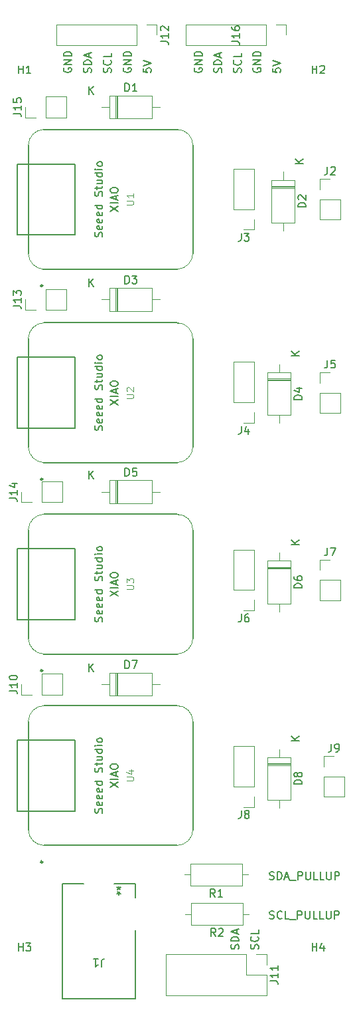
<source format=gbr>
%TF.GenerationSoftware,KiCad,Pcbnew,7.0.9*%
%TF.CreationDate,2025-03-02T20:13:22-05:00*%
%TF.ProjectId,Module_Relay_PCB,4d6f6475-6c65-45f5-9265-6c61795f5043,rev?*%
%TF.SameCoordinates,Original*%
%TF.FileFunction,Legend,Top*%
%TF.FilePolarity,Positive*%
%FSLAX46Y46*%
G04 Gerber Fmt 4.6, Leading zero omitted, Abs format (unit mm)*
G04 Created by KiCad (PCBNEW 7.0.9) date 2025-03-02 20:13:22*
%MOMM*%
%LPD*%
G01*
G04 APERTURE LIST*
%ADD10C,0.150000*%
%ADD11C,0.101600*%
%ADD12C,0.120000*%
%ADD13C,0.152400*%
%ADD14C,0.127000*%
%ADD15C,0.254000*%
%ADD16C,0.025400*%
G04 APERTURE END LIST*
D10*
X125322200Y-165290839D02*
X125369819Y-165147982D01*
X125369819Y-165147982D02*
X125369819Y-164909887D01*
X125369819Y-164909887D02*
X125322200Y-164814649D01*
X125322200Y-164814649D02*
X125274580Y-164767030D01*
X125274580Y-164767030D02*
X125179342Y-164719411D01*
X125179342Y-164719411D02*
X125084104Y-164719411D01*
X125084104Y-164719411D02*
X124988866Y-164767030D01*
X124988866Y-164767030D02*
X124941247Y-164814649D01*
X124941247Y-164814649D02*
X124893628Y-164909887D01*
X124893628Y-164909887D02*
X124846009Y-165100363D01*
X124846009Y-165100363D02*
X124798390Y-165195601D01*
X124798390Y-165195601D02*
X124750771Y-165243220D01*
X124750771Y-165243220D02*
X124655533Y-165290839D01*
X124655533Y-165290839D02*
X124560295Y-165290839D01*
X124560295Y-165290839D02*
X124465057Y-165243220D01*
X124465057Y-165243220D02*
X124417438Y-165195601D01*
X124417438Y-165195601D02*
X124369819Y-165100363D01*
X124369819Y-165100363D02*
X124369819Y-164862268D01*
X124369819Y-164862268D02*
X124417438Y-164719411D01*
X125369819Y-164290839D02*
X124369819Y-164290839D01*
X124369819Y-164290839D02*
X124369819Y-164052744D01*
X124369819Y-164052744D02*
X124417438Y-163909887D01*
X124417438Y-163909887D02*
X124512676Y-163814649D01*
X124512676Y-163814649D02*
X124607914Y-163767030D01*
X124607914Y-163767030D02*
X124798390Y-163719411D01*
X124798390Y-163719411D02*
X124941247Y-163719411D01*
X124941247Y-163719411D02*
X125131723Y-163767030D01*
X125131723Y-163767030D02*
X125226961Y-163814649D01*
X125226961Y-163814649D02*
X125322200Y-163909887D01*
X125322200Y-163909887D02*
X125369819Y-164052744D01*
X125369819Y-164052744D02*
X125369819Y-164290839D01*
X125084104Y-163338458D02*
X125084104Y-162862268D01*
X125369819Y-163433696D02*
X124369819Y-163100363D01*
X124369819Y-163100363D02*
X125369819Y-162767030D01*
X106502200Y-53685839D02*
X106549819Y-53542982D01*
X106549819Y-53542982D02*
X106549819Y-53304887D01*
X106549819Y-53304887D02*
X106502200Y-53209649D01*
X106502200Y-53209649D02*
X106454580Y-53162030D01*
X106454580Y-53162030D02*
X106359342Y-53114411D01*
X106359342Y-53114411D02*
X106264104Y-53114411D01*
X106264104Y-53114411D02*
X106168866Y-53162030D01*
X106168866Y-53162030D02*
X106121247Y-53209649D01*
X106121247Y-53209649D02*
X106073628Y-53304887D01*
X106073628Y-53304887D02*
X106026009Y-53495363D01*
X106026009Y-53495363D02*
X105978390Y-53590601D01*
X105978390Y-53590601D02*
X105930771Y-53638220D01*
X105930771Y-53638220D02*
X105835533Y-53685839D01*
X105835533Y-53685839D02*
X105740295Y-53685839D01*
X105740295Y-53685839D02*
X105645057Y-53638220D01*
X105645057Y-53638220D02*
X105597438Y-53590601D01*
X105597438Y-53590601D02*
X105549819Y-53495363D01*
X105549819Y-53495363D02*
X105549819Y-53257268D01*
X105549819Y-53257268D02*
X105597438Y-53114411D01*
X106549819Y-52685839D02*
X105549819Y-52685839D01*
X105549819Y-52685839D02*
X105549819Y-52447744D01*
X105549819Y-52447744D02*
X105597438Y-52304887D01*
X105597438Y-52304887D02*
X105692676Y-52209649D01*
X105692676Y-52209649D02*
X105787914Y-52162030D01*
X105787914Y-52162030D02*
X105978390Y-52114411D01*
X105978390Y-52114411D02*
X106121247Y-52114411D01*
X106121247Y-52114411D02*
X106311723Y-52162030D01*
X106311723Y-52162030D02*
X106406961Y-52209649D01*
X106406961Y-52209649D02*
X106502200Y-52304887D01*
X106502200Y-52304887D02*
X106549819Y-52447744D01*
X106549819Y-52447744D02*
X106549819Y-52685839D01*
X106264104Y-51733458D02*
X106264104Y-51257268D01*
X106549819Y-51828696D02*
X105549819Y-51495363D01*
X105549819Y-51495363D02*
X106549819Y-51162030D01*
X113169819Y-53162030D02*
X113169819Y-53638220D01*
X113169819Y-53638220D02*
X113646009Y-53685839D01*
X113646009Y-53685839D02*
X113598390Y-53638220D01*
X113598390Y-53638220D02*
X113550771Y-53542982D01*
X113550771Y-53542982D02*
X113550771Y-53304887D01*
X113550771Y-53304887D02*
X113598390Y-53209649D01*
X113598390Y-53209649D02*
X113646009Y-53162030D01*
X113646009Y-53162030D02*
X113741247Y-53114411D01*
X113741247Y-53114411D02*
X113979342Y-53114411D01*
X113979342Y-53114411D02*
X114074580Y-53162030D01*
X114074580Y-53162030D02*
X114122200Y-53209649D01*
X114122200Y-53209649D02*
X114169819Y-53304887D01*
X114169819Y-53304887D02*
X114169819Y-53542982D01*
X114169819Y-53542982D02*
X114122200Y-53638220D01*
X114122200Y-53638220D02*
X114074580Y-53685839D01*
X113169819Y-52828696D02*
X114169819Y-52495363D01*
X114169819Y-52495363D02*
X113169819Y-52162030D01*
X129289160Y-161402200D02*
X129432017Y-161449819D01*
X129432017Y-161449819D02*
X129670112Y-161449819D01*
X129670112Y-161449819D02*
X129765350Y-161402200D01*
X129765350Y-161402200D02*
X129812969Y-161354580D01*
X129812969Y-161354580D02*
X129860588Y-161259342D01*
X129860588Y-161259342D02*
X129860588Y-161164104D01*
X129860588Y-161164104D02*
X129812969Y-161068866D01*
X129812969Y-161068866D02*
X129765350Y-161021247D01*
X129765350Y-161021247D02*
X129670112Y-160973628D01*
X129670112Y-160973628D02*
X129479636Y-160926009D01*
X129479636Y-160926009D02*
X129384398Y-160878390D01*
X129384398Y-160878390D02*
X129336779Y-160830771D01*
X129336779Y-160830771D02*
X129289160Y-160735533D01*
X129289160Y-160735533D02*
X129289160Y-160640295D01*
X129289160Y-160640295D02*
X129336779Y-160545057D01*
X129336779Y-160545057D02*
X129384398Y-160497438D01*
X129384398Y-160497438D02*
X129479636Y-160449819D01*
X129479636Y-160449819D02*
X129717731Y-160449819D01*
X129717731Y-160449819D02*
X129860588Y-160497438D01*
X130860588Y-161354580D02*
X130812969Y-161402200D01*
X130812969Y-161402200D02*
X130670112Y-161449819D01*
X130670112Y-161449819D02*
X130574874Y-161449819D01*
X130574874Y-161449819D02*
X130432017Y-161402200D01*
X130432017Y-161402200D02*
X130336779Y-161306961D01*
X130336779Y-161306961D02*
X130289160Y-161211723D01*
X130289160Y-161211723D02*
X130241541Y-161021247D01*
X130241541Y-161021247D02*
X130241541Y-160878390D01*
X130241541Y-160878390D02*
X130289160Y-160687914D01*
X130289160Y-160687914D02*
X130336779Y-160592676D01*
X130336779Y-160592676D02*
X130432017Y-160497438D01*
X130432017Y-160497438D02*
X130574874Y-160449819D01*
X130574874Y-160449819D02*
X130670112Y-160449819D01*
X130670112Y-160449819D02*
X130812969Y-160497438D01*
X130812969Y-160497438D02*
X130860588Y-160545057D01*
X131765350Y-161449819D02*
X131289160Y-161449819D01*
X131289160Y-161449819D02*
X131289160Y-160449819D01*
X131860589Y-161545057D02*
X132622493Y-161545057D01*
X132860589Y-161449819D02*
X132860589Y-160449819D01*
X132860589Y-160449819D02*
X133241541Y-160449819D01*
X133241541Y-160449819D02*
X133336779Y-160497438D01*
X133336779Y-160497438D02*
X133384398Y-160545057D01*
X133384398Y-160545057D02*
X133432017Y-160640295D01*
X133432017Y-160640295D02*
X133432017Y-160783152D01*
X133432017Y-160783152D02*
X133384398Y-160878390D01*
X133384398Y-160878390D02*
X133336779Y-160926009D01*
X133336779Y-160926009D02*
X133241541Y-160973628D01*
X133241541Y-160973628D02*
X132860589Y-160973628D01*
X133860589Y-160449819D02*
X133860589Y-161259342D01*
X133860589Y-161259342D02*
X133908208Y-161354580D01*
X133908208Y-161354580D02*
X133955827Y-161402200D01*
X133955827Y-161402200D02*
X134051065Y-161449819D01*
X134051065Y-161449819D02*
X134241541Y-161449819D01*
X134241541Y-161449819D02*
X134336779Y-161402200D01*
X134336779Y-161402200D02*
X134384398Y-161354580D01*
X134384398Y-161354580D02*
X134432017Y-161259342D01*
X134432017Y-161259342D02*
X134432017Y-160449819D01*
X135384398Y-161449819D02*
X134908208Y-161449819D01*
X134908208Y-161449819D02*
X134908208Y-160449819D01*
X136193922Y-161449819D02*
X135717732Y-161449819D01*
X135717732Y-161449819D02*
X135717732Y-160449819D01*
X136527256Y-160449819D02*
X136527256Y-161259342D01*
X136527256Y-161259342D02*
X136574875Y-161354580D01*
X136574875Y-161354580D02*
X136622494Y-161402200D01*
X136622494Y-161402200D02*
X136717732Y-161449819D01*
X136717732Y-161449819D02*
X136908208Y-161449819D01*
X136908208Y-161449819D02*
X137003446Y-161402200D01*
X137003446Y-161402200D02*
X137051065Y-161354580D01*
X137051065Y-161354580D02*
X137098684Y-161259342D01*
X137098684Y-161259342D02*
X137098684Y-160449819D01*
X137574875Y-161449819D02*
X137574875Y-160449819D01*
X137574875Y-160449819D02*
X137955827Y-160449819D01*
X137955827Y-160449819D02*
X138051065Y-160497438D01*
X138051065Y-160497438D02*
X138098684Y-160545057D01*
X138098684Y-160545057D02*
X138146303Y-160640295D01*
X138146303Y-160640295D02*
X138146303Y-160783152D01*
X138146303Y-160783152D02*
X138098684Y-160878390D01*
X138098684Y-160878390D02*
X138051065Y-160926009D01*
X138051065Y-160926009D02*
X137955827Y-160973628D01*
X137955827Y-160973628D02*
X137574875Y-160973628D01*
X127227438Y-53114411D02*
X127179819Y-53209649D01*
X127179819Y-53209649D02*
X127179819Y-53352506D01*
X127179819Y-53352506D02*
X127227438Y-53495363D01*
X127227438Y-53495363D02*
X127322676Y-53590601D01*
X127322676Y-53590601D02*
X127417914Y-53638220D01*
X127417914Y-53638220D02*
X127608390Y-53685839D01*
X127608390Y-53685839D02*
X127751247Y-53685839D01*
X127751247Y-53685839D02*
X127941723Y-53638220D01*
X127941723Y-53638220D02*
X128036961Y-53590601D01*
X128036961Y-53590601D02*
X128132200Y-53495363D01*
X128132200Y-53495363D02*
X128179819Y-53352506D01*
X128179819Y-53352506D02*
X128179819Y-53257268D01*
X128179819Y-53257268D02*
X128132200Y-53114411D01*
X128132200Y-53114411D02*
X128084580Y-53066792D01*
X128084580Y-53066792D02*
X127751247Y-53066792D01*
X127751247Y-53066792D02*
X127751247Y-53257268D01*
X128179819Y-52638220D02*
X127179819Y-52638220D01*
X127179819Y-52638220D02*
X128179819Y-52066792D01*
X128179819Y-52066792D02*
X127179819Y-52066792D01*
X128179819Y-51590601D02*
X127179819Y-51590601D01*
X127179819Y-51590601D02*
X127179819Y-51352506D01*
X127179819Y-51352506D02*
X127227438Y-51209649D01*
X127227438Y-51209649D02*
X127322676Y-51114411D01*
X127322676Y-51114411D02*
X127417914Y-51066792D01*
X127417914Y-51066792D02*
X127608390Y-51019173D01*
X127608390Y-51019173D02*
X127751247Y-51019173D01*
X127751247Y-51019173D02*
X127941723Y-51066792D01*
X127941723Y-51066792D02*
X128036961Y-51114411D01*
X128036961Y-51114411D02*
X128132200Y-51209649D01*
X128132200Y-51209649D02*
X128179819Y-51352506D01*
X128179819Y-51352506D02*
X128179819Y-51590601D01*
X119727438Y-53114411D02*
X119679819Y-53209649D01*
X119679819Y-53209649D02*
X119679819Y-53352506D01*
X119679819Y-53352506D02*
X119727438Y-53495363D01*
X119727438Y-53495363D02*
X119822676Y-53590601D01*
X119822676Y-53590601D02*
X119917914Y-53638220D01*
X119917914Y-53638220D02*
X120108390Y-53685839D01*
X120108390Y-53685839D02*
X120251247Y-53685839D01*
X120251247Y-53685839D02*
X120441723Y-53638220D01*
X120441723Y-53638220D02*
X120536961Y-53590601D01*
X120536961Y-53590601D02*
X120632200Y-53495363D01*
X120632200Y-53495363D02*
X120679819Y-53352506D01*
X120679819Y-53352506D02*
X120679819Y-53257268D01*
X120679819Y-53257268D02*
X120632200Y-53114411D01*
X120632200Y-53114411D02*
X120584580Y-53066792D01*
X120584580Y-53066792D02*
X120251247Y-53066792D01*
X120251247Y-53066792D02*
X120251247Y-53257268D01*
X120679819Y-52638220D02*
X119679819Y-52638220D01*
X119679819Y-52638220D02*
X120679819Y-52066792D01*
X120679819Y-52066792D02*
X119679819Y-52066792D01*
X120679819Y-51590601D02*
X119679819Y-51590601D01*
X119679819Y-51590601D02*
X119679819Y-51352506D01*
X119679819Y-51352506D02*
X119727438Y-51209649D01*
X119727438Y-51209649D02*
X119822676Y-51114411D01*
X119822676Y-51114411D02*
X119917914Y-51066792D01*
X119917914Y-51066792D02*
X120108390Y-51019173D01*
X120108390Y-51019173D02*
X120251247Y-51019173D01*
X120251247Y-51019173D02*
X120441723Y-51066792D01*
X120441723Y-51066792D02*
X120536961Y-51114411D01*
X120536961Y-51114411D02*
X120632200Y-51209649D01*
X120632200Y-51209649D02*
X120679819Y-51352506D01*
X120679819Y-51352506D02*
X120679819Y-51590601D01*
X125632200Y-53685839D02*
X125679819Y-53542982D01*
X125679819Y-53542982D02*
X125679819Y-53304887D01*
X125679819Y-53304887D02*
X125632200Y-53209649D01*
X125632200Y-53209649D02*
X125584580Y-53162030D01*
X125584580Y-53162030D02*
X125489342Y-53114411D01*
X125489342Y-53114411D02*
X125394104Y-53114411D01*
X125394104Y-53114411D02*
X125298866Y-53162030D01*
X125298866Y-53162030D02*
X125251247Y-53209649D01*
X125251247Y-53209649D02*
X125203628Y-53304887D01*
X125203628Y-53304887D02*
X125156009Y-53495363D01*
X125156009Y-53495363D02*
X125108390Y-53590601D01*
X125108390Y-53590601D02*
X125060771Y-53638220D01*
X125060771Y-53638220D02*
X124965533Y-53685839D01*
X124965533Y-53685839D02*
X124870295Y-53685839D01*
X124870295Y-53685839D02*
X124775057Y-53638220D01*
X124775057Y-53638220D02*
X124727438Y-53590601D01*
X124727438Y-53590601D02*
X124679819Y-53495363D01*
X124679819Y-53495363D02*
X124679819Y-53257268D01*
X124679819Y-53257268D02*
X124727438Y-53114411D01*
X125584580Y-52114411D02*
X125632200Y-52162030D01*
X125632200Y-52162030D02*
X125679819Y-52304887D01*
X125679819Y-52304887D02*
X125679819Y-52400125D01*
X125679819Y-52400125D02*
X125632200Y-52542982D01*
X125632200Y-52542982D02*
X125536961Y-52638220D01*
X125536961Y-52638220D02*
X125441723Y-52685839D01*
X125441723Y-52685839D02*
X125251247Y-52733458D01*
X125251247Y-52733458D02*
X125108390Y-52733458D01*
X125108390Y-52733458D02*
X124917914Y-52685839D01*
X124917914Y-52685839D02*
X124822676Y-52638220D01*
X124822676Y-52638220D02*
X124727438Y-52542982D01*
X124727438Y-52542982D02*
X124679819Y-52400125D01*
X124679819Y-52400125D02*
X124679819Y-52304887D01*
X124679819Y-52304887D02*
X124727438Y-52162030D01*
X124727438Y-52162030D02*
X124775057Y-52114411D01*
X125679819Y-51209649D02*
X125679819Y-51685839D01*
X125679819Y-51685839D02*
X124679819Y-51685839D01*
X127822200Y-165290839D02*
X127869819Y-165147982D01*
X127869819Y-165147982D02*
X127869819Y-164909887D01*
X127869819Y-164909887D02*
X127822200Y-164814649D01*
X127822200Y-164814649D02*
X127774580Y-164767030D01*
X127774580Y-164767030D02*
X127679342Y-164719411D01*
X127679342Y-164719411D02*
X127584104Y-164719411D01*
X127584104Y-164719411D02*
X127488866Y-164767030D01*
X127488866Y-164767030D02*
X127441247Y-164814649D01*
X127441247Y-164814649D02*
X127393628Y-164909887D01*
X127393628Y-164909887D02*
X127346009Y-165100363D01*
X127346009Y-165100363D02*
X127298390Y-165195601D01*
X127298390Y-165195601D02*
X127250771Y-165243220D01*
X127250771Y-165243220D02*
X127155533Y-165290839D01*
X127155533Y-165290839D02*
X127060295Y-165290839D01*
X127060295Y-165290839D02*
X126965057Y-165243220D01*
X126965057Y-165243220D02*
X126917438Y-165195601D01*
X126917438Y-165195601D02*
X126869819Y-165100363D01*
X126869819Y-165100363D02*
X126869819Y-164862268D01*
X126869819Y-164862268D02*
X126917438Y-164719411D01*
X127774580Y-163719411D02*
X127822200Y-163767030D01*
X127822200Y-163767030D02*
X127869819Y-163909887D01*
X127869819Y-163909887D02*
X127869819Y-164005125D01*
X127869819Y-164005125D02*
X127822200Y-164147982D01*
X127822200Y-164147982D02*
X127726961Y-164243220D01*
X127726961Y-164243220D02*
X127631723Y-164290839D01*
X127631723Y-164290839D02*
X127441247Y-164338458D01*
X127441247Y-164338458D02*
X127298390Y-164338458D01*
X127298390Y-164338458D02*
X127107914Y-164290839D01*
X127107914Y-164290839D02*
X127012676Y-164243220D01*
X127012676Y-164243220D02*
X126917438Y-164147982D01*
X126917438Y-164147982D02*
X126869819Y-164005125D01*
X126869819Y-164005125D02*
X126869819Y-163909887D01*
X126869819Y-163909887D02*
X126917438Y-163767030D01*
X126917438Y-163767030D02*
X126965057Y-163719411D01*
X127869819Y-162814649D02*
X127869819Y-163290839D01*
X127869819Y-163290839D02*
X126869819Y-163290839D01*
X110677438Y-53114411D02*
X110629819Y-53209649D01*
X110629819Y-53209649D02*
X110629819Y-53352506D01*
X110629819Y-53352506D02*
X110677438Y-53495363D01*
X110677438Y-53495363D02*
X110772676Y-53590601D01*
X110772676Y-53590601D02*
X110867914Y-53638220D01*
X110867914Y-53638220D02*
X111058390Y-53685839D01*
X111058390Y-53685839D02*
X111201247Y-53685839D01*
X111201247Y-53685839D02*
X111391723Y-53638220D01*
X111391723Y-53638220D02*
X111486961Y-53590601D01*
X111486961Y-53590601D02*
X111582200Y-53495363D01*
X111582200Y-53495363D02*
X111629819Y-53352506D01*
X111629819Y-53352506D02*
X111629819Y-53257268D01*
X111629819Y-53257268D02*
X111582200Y-53114411D01*
X111582200Y-53114411D02*
X111534580Y-53066792D01*
X111534580Y-53066792D02*
X111201247Y-53066792D01*
X111201247Y-53066792D02*
X111201247Y-53257268D01*
X111629819Y-52638220D02*
X110629819Y-52638220D01*
X110629819Y-52638220D02*
X111629819Y-52066792D01*
X111629819Y-52066792D02*
X110629819Y-52066792D01*
X111629819Y-51590601D02*
X110629819Y-51590601D01*
X110629819Y-51590601D02*
X110629819Y-51352506D01*
X110629819Y-51352506D02*
X110677438Y-51209649D01*
X110677438Y-51209649D02*
X110772676Y-51114411D01*
X110772676Y-51114411D02*
X110867914Y-51066792D01*
X110867914Y-51066792D02*
X111058390Y-51019173D01*
X111058390Y-51019173D02*
X111201247Y-51019173D01*
X111201247Y-51019173D02*
X111391723Y-51066792D01*
X111391723Y-51066792D02*
X111486961Y-51114411D01*
X111486961Y-51114411D02*
X111582200Y-51209649D01*
X111582200Y-51209649D02*
X111629819Y-51352506D01*
X111629819Y-51352506D02*
X111629819Y-51590601D01*
X123132200Y-53685839D02*
X123179819Y-53542982D01*
X123179819Y-53542982D02*
X123179819Y-53304887D01*
X123179819Y-53304887D02*
X123132200Y-53209649D01*
X123132200Y-53209649D02*
X123084580Y-53162030D01*
X123084580Y-53162030D02*
X122989342Y-53114411D01*
X122989342Y-53114411D02*
X122894104Y-53114411D01*
X122894104Y-53114411D02*
X122798866Y-53162030D01*
X122798866Y-53162030D02*
X122751247Y-53209649D01*
X122751247Y-53209649D02*
X122703628Y-53304887D01*
X122703628Y-53304887D02*
X122656009Y-53495363D01*
X122656009Y-53495363D02*
X122608390Y-53590601D01*
X122608390Y-53590601D02*
X122560771Y-53638220D01*
X122560771Y-53638220D02*
X122465533Y-53685839D01*
X122465533Y-53685839D02*
X122370295Y-53685839D01*
X122370295Y-53685839D02*
X122275057Y-53638220D01*
X122275057Y-53638220D02*
X122227438Y-53590601D01*
X122227438Y-53590601D02*
X122179819Y-53495363D01*
X122179819Y-53495363D02*
X122179819Y-53257268D01*
X122179819Y-53257268D02*
X122227438Y-53114411D01*
X123179819Y-52685839D02*
X122179819Y-52685839D01*
X122179819Y-52685839D02*
X122179819Y-52447744D01*
X122179819Y-52447744D02*
X122227438Y-52304887D01*
X122227438Y-52304887D02*
X122322676Y-52209649D01*
X122322676Y-52209649D02*
X122417914Y-52162030D01*
X122417914Y-52162030D02*
X122608390Y-52114411D01*
X122608390Y-52114411D02*
X122751247Y-52114411D01*
X122751247Y-52114411D02*
X122941723Y-52162030D01*
X122941723Y-52162030D02*
X123036961Y-52209649D01*
X123036961Y-52209649D02*
X123132200Y-52304887D01*
X123132200Y-52304887D02*
X123179819Y-52447744D01*
X123179819Y-52447744D02*
X123179819Y-52685839D01*
X122894104Y-51733458D02*
X122894104Y-51257268D01*
X123179819Y-51828696D02*
X122179819Y-51495363D01*
X122179819Y-51495363D02*
X123179819Y-51162030D01*
X129289160Y-156402200D02*
X129432017Y-156449819D01*
X129432017Y-156449819D02*
X129670112Y-156449819D01*
X129670112Y-156449819D02*
X129765350Y-156402200D01*
X129765350Y-156402200D02*
X129812969Y-156354580D01*
X129812969Y-156354580D02*
X129860588Y-156259342D01*
X129860588Y-156259342D02*
X129860588Y-156164104D01*
X129860588Y-156164104D02*
X129812969Y-156068866D01*
X129812969Y-156068866D02*
X129765350Y-156021247D01*
X129765350Y-156021247D02*
X129670112Y-155973628D01*
X129670112Y-155973628D02*
X129479636Y-155926009D01*
X129479636Y-155926009D02*
X129384398Y-155878390D01*
X129384398Y-155878390D02*
X129336779Y-155830771D01*
X129336779Y-155830771D02*
X129289160Y-155735533D01*
X129289160Y-155735533D02*
X129289160Y-155640295D01*
X129289160Y-155640295D02*
X129336779Y-155545057D01*
X129336779Y-155545057D02*
X129384398Y-155497438D01*
X129384398Y-155497438D02*
X129479636Y-155449819D01*
X129479636Y-155449819D02*
X129717731Y-155449819D01*
X129717731Y-155449819D02*
X129860588Y-155497438D01*
X130289160Y-156449819D02*
X130289160Y-155449819D01*
X130289160Y-155449819D02*
X130527255Y-155449819D01*
X130527255Y-155449819D02*
X130670112Y-155497438D01*
X130670112Y-155497438D02*
X130765350Y-155592676D01*
X130765350Y-155592676D02*
X130812969Y-155687914D01*
X130812969Y-155687914D02*
X130860588Y-155878390D01*
X130860588Y-155878390D02*
X130860588Y-156021247D01*
X130860588Y-156021247D02*
X130812969Y-156211723D01*
X130812969Y-156211723D02*
X130765350Y-156306961D01*
X130765350Y-156306961D02*
X130670112Y-156402200D01*
X130670112Y-156402200D02*
X130527255Y-156449819D01*
X130527255Y-156449819D02*
X130289160Y-156449819D01*
X131241541Y-156164104D02*
X131717731Y-156164104D01*
X131146303Y-156449819D02*
X131479636Y-155449819D01*
X131479636Y-155449819D02*
X131812969Y-156449819D01*
X131908208Y-156545057D02*
X132670112Y-156545057D01*
X132908208Y-156449819D02*
X132908208Y-155449819D01*
X132908208Y-155449819D02*
X133289160Y-155449819D01*
X133289160Y-155449819D02*
X133384398Y-155497438D01*
X133384398Y-155497438D02*
X133432017Y-155545057D01*
X133432017Y-155545057D02*
X133479636Y-155640295D01*
X133479636Y-155640295D02*
X133479636Y-155783152D01*
X133479636Y-155783152D02*
X133432017Y-155878390D01*
X133432017Y-155878390D02*
X133384398Y-155926009D01*
X133384398Y-155926009D02*
X133289160Y-155973628D01*
X133289160Y-155973628D02*
X132908208Y-155973628D01*
X133908208Y-155449819D02*
X133908208Y-156259342D01*
X133908208Y-156259342D02*
X133955827Y-156354580D01*
X133955827Y-156354580D02*
X134003446Y-156402200D01*
X134003446Y-156402200D02*
X134098684Y-156449819D01*
X134098684Y-156449819D02*
X134289160Y-156449819D01*
X134289160Y-156449819D02*
X134384398Y-156402200D01*
X134384398Y-156402200D02*
X134432017Y-156354580D01*
X134432017Y-156354580D02*
X134479636Y-156259342D01*
X134479636Y-156259342D02*
X134479636Y-155449819D01*
X135432017Y-156449819D02*
X134955827Y-156449819D01*
X134955827Y-156449819D02*
X134955827Y-155449819D01*
X136241541Y-156449819D02*
X135765351Y-156449819D01*
X135765351Y-156449819D02*
X135765351Y-155449819D01*
X136574875Y-155449819D02*
X136574875Y-156259342D01*
X136574875Y-156259342D02*
X136622494Y-156354580D01*
X136622494Y-156354580D02*
X136670113Y-156402200D01*
X136670113Y-156402200D02*
X136765351Y-156449819D01*
X136765351Y-156449819D02*
X136955827Y-156449819D01*
X136955827Y-156449819D02*
X137051065Y-156402200D01*
X137051065Y-156402200D02*
X137098684Y-156354580D01*
X137098684Y-156354580D02*
X137146303Y-156259342D01*
X137146303Y-156259342D02*
X137146303Y-155449819D01*
X137622494Y-156449819D02*
X137622494Y-155449819D01*
X137622494Y-155449819D02*
X138003446Y-155449819D01*
X138003446Y-155449819D02*
X138098684Y-155497438D01*
X138098684Y-155497438D02*
X138146303Y-155545057D01*
X138146303Y-155545057D02*
X138193922Y-155640295D01*
X138193922Y-155640295D02*
X138193922Y-155783152D01*
X138193922Y-155783152D02*
X138146303Y-155878390D01*
X138146303Y-155878390D02*
X138098684Y-155926009D01*
X138098684Y-155926009D02*
X138003446Y-155973628D01*
X138003446Y-155973628D02*
X137622494Y-155973628D01*
X129679819Y-53162030D02*
X129679819Y-53638220D01*
X129679819Y-53638220D02*
X130156009Y-53685839D01*
X130156009Y-53685839D02*
X130108390Y-53638220D01*
X130108390Y-53638220D02*
X130060771Y-53542982D01*
X130060771Y-53542982D02*
X130060771Y-53304887D01*
X130060771Y-53304887D02*
X130108390Y-53209649D01*
X130108390Y-53209649D02*
X130156009Y-53162030D01*
X130156009Y-53162030D02*
X130251247Y-53114411D01*
X130251247Y-53114411D02*
X130489342Y-53114411D01*
X130489342Y-53114411D02*
X130584580Y-53162030D01*
X130584580Y-53162030D02*
X130632200Y-53209649D01*
X130632200Y-53209649D02*
X130679819Y-53304887D01*
X130679819Y-53304887D02*
X130679819Y-53542982D01*
X130679819Y-53542982D02*
X130632200Y-53638220D01*
X130632200Y-53638220D02*
X130584580Y-53685839D01*
X129679819Y-52828696D02*
X130679819Y-52495363D01*
X130679819Y-52495363D02*
X129679819Y-52162030D01*
X109042200Y-53685839D02*
X109089819Y-53542982D01*
X109089819Y-53542982D02*
X109089819Y-53304887D01*
X109089819Y-53304887D02*
X109042200Y-53209649D01*
X109042200Y-53209649D02*
X108994580Y-53162030D01*
X108994580Y-53162030D02*
X108899342Y-53114411D01*
X108899342Y-53114411D02*
X108804104Y-53114411D01*
X108804104Y-53114411D02*
X108708866Y-53162030D01*
X108708866Y-53162030D02*
X108661247Y-53209649D01*
X108661247Y-53209649D02*
X108613628Y-53304887D01*
X108613628Y-53304887D02*
X108566009Y-53495363D01*
X108566009Y-53495363D02*
X108518390Y-53590601D01*
X108518390Y-53590601D02*
X108470771Y-53638220D01*
X108470771Y-53638220D02*
X108375533Y-53685839D01*
X108375533Y-53685839D02*
X108280295Y-53685839D01*
X108280295Y-53685839D02*
X108185057Y-53638220D01*
X108185057Y-53638220D02*
X108137438Y-53590601D01*
X108137438Y-53590601D02*
X108089819Y-53495363D01*
X108089819Y-53495363D02*
X108089819Y-53257268D01*
X108089819Y-53257268D02*
X108137438Y-53114411D01*
X108994580Y-52114411D02*
X109042200Y-52162030D01*
X109042200Y-52162030D02*
X109089819Y-52304887D01*
X109089819Y-52304887D02*
X109089819Y-52400125D01*
X109089819Y-52400125D02*
X109042200Y-52542982D01*
X109042200Y-52542982D02*
X108946961Y-52638220D01*
X108946961Y-52638220D02*
X108851723Y-52685839D01*
X108851723Y-52685839D02*
X108661247Y-52733458D01*
X108661247Y-52733458D02*
X108518390Y-52733458D01*
X108518390Y-52733458D02*
X108327914Y-52685839D01*
X108327914Y-52685839D02*
X108232676Y-52638220D01*
X108232676Y-52638220D02*
X108137438Y-52542982D01*
X108137438Y-52542982D02*
X108089819Y-52400125D01*
X108089819Y-52400125D02*
X108089819Y-52304887D01*
X108089819Y-52304887D02*
X108137438Y-52162030D01*
X108137438Y-52162030D02*
X108185057Y-52114411D01*
X109089819Y-51209649D02*
X109089819Y-51685839D01*
X109089819Y-51685839D02*
X108089819Y-51685839D01*
X103057438Y-53114411D02*
X103009819Y-53209649D01*
X103009819Y-53209649D02*
X103009819Y-53352506D01*
X103009819Y-53352506D02*
X103057438Y-53495363D01*
X103057438Y-53495363D02*
X103152676Y-53590601D01*
X103152676Y-53590601D02*
X103247914Y-53638220D01*
X103247914Y-53638220D02*
X103438390Y-53685839D01*
X103438390Y-53685839D02*
X103581247Y-53685839D01*
X103581247Y-53685839D02*
X103771723Y-53638220D01*
X103771723Y-53638220D02*
X103866961Y-53590601D01*
X103866961Y-53590601D02*
X103962200Y-53495363D01*
X103962200Y-53495363D02*
X104009819Y-53352506D01*
X104009819Y-53352506D02*
X104009819Y-53257268D01*
X104009819Y-53257268D02*
X103962200Y-53114411D01*
X103962200Y-53114411D02*
X103914580Y-53066792D01*
X103914580Y-53066792D02*
X103581247Y-53066792D01*
X103581247Y-53066792D02*
X103581247Y-53257268D01*
X104009819Y-52638220D02*
X103009819Y-52638220D01*
X103009819Y-52638220D02*
X104009819Y-52066792D01*
X104009819Y-52066792D02*
X103009819Y-52066792D01*
X104009819Y-51590601D02*
X103009819Y-51590601D01*
X103009819Y-51590601D02*
X103009819Y-51352506D01*
X103009819Y-51352506D02*
X103057438Y-51209649D01*
X103057438Y-51209649D02*
X103152676Y-51114411D01*
X103152676Y-51114411D02*
X103247914Y-51066792D01*
X103247914Y-51066792D02*
X103438390Y-51019173D01*
X103438390Y-51019173D02*
X103581247Y-51019173D01*
X103581247Y-51019173D02*
X103771723Y-51066792D01*
X103771723Y-51066792D02*
X103866961Y-51114411D01*
X103866961Y-51114411D02*
X103962200Y-51209649D01*
X103962200Y-51209649D02*
X104009819Y-51352506D01*
X104009819Y-51352506D02*
X104009819Y-51590601D01*
X133424819Y-95318094D02*
X132424819Y-95318094D01*
X132424819Y-95318094D02*
X132424819Y-95079999D01*
X132424819Y-95079999D02*
X132472438Y-94937142D01*
X132472438Y-94937142D02*
X132567676Y-94841904D01*
X132567676Y-94841904D02*
X132662914Y-94794285D01*
X132662914Y-94794285D02*
X132853390Y-94746666D01*
X132853390Y-94746666D02*
X132996247Y-94746666D01*
X132996247Y-94746666D02*
X133186723Y-94794285D01*
X133186723Y-94794285D02*
X133281961Y-94841904D01*
X133281961Y-94841904D02*
X133377200Y-94937142D01*
X133377200Y-94937142D02*
X133424819Y-95079999D01*
X133424819Y-95079999D02*
X133424819Y-95318094D01*
X132758152Y-93889523D02*
X133424819Y-93889523D01*
X132377200Y-94127618D02*
X133091485Y-94365713D01*
X133091485Y-94365713D02*
X133091485Y-93746666D01*
X133054819Y-89761904D02*
X132054819Y-89761904D01*
X133054819Y-89190476D02*
X132483390Y-89619047D01*
X132054819Y-89190476D02*
X132626247Y-89761904D01*
X107833333Y-167550180D02*
X107833333Y-166835895D01*
X107833333Y-166835895D02*
X107880952Y-166693038D01*
X107880952Y-166693038D02*
X107976190Y-166597800D01*
X107976190Y-166597800D02*
X108119047Y-166550180D01*
X108119047Y-166550180D02*
X108214285Y-166550180D01*
X106833333Y-166550180D02*
X107404761Y-166550180D01*
X107119047Y-166550180D02*
X107119047Y-167550180D01*
X107119047Y-167550180D02*
X107214285Y-167407323D01*
X107214285Y-167407323D02*
X107309523Y-167312085D01*
X107309523Y-167312085D02*
X107404761Y-167264466D01*
X110040000Y-157295119D02*
X110040000Y-157533214D01*
X109801905Y-157437976D02*
X110040000Y-157533214D01*
X110040000Y-157533214D02*
X110278095Y-157437976D01*
X109897143Y-157723690D02*
X110040000Y-157533214D01*
X110040000Y-157533214D02*
X110182857Y-157723690D01*
X110039999Y-158385480D02*
X110039999Y-158147385D01*
X110278094Y-158242623D02*
X110039999Y-158147385D01*
X110039999Y-158147385D02*
X109801904Y-158242623D01*
X110182856Y-157956909D02*
X110039999Y-158147385D01*
X110039999Y-158147385D02*
X109897142Y-157956909D01*
D11*
X111056985Y-95132333D02*
X111776652Y-95132333D01*
X111776652Y-95132333D02*
X111861318Y-95090000D01*
X111861318Y-95090000D02*
X111903652Y-95047666D01*
X111903652Y-95047666D02*
X111945985Y-94963000D01*
X111945985Y-94963000D02*
X111945985Y-94793666D01*
X111945985Y-94793666D02*
X111903652Y-94709000D01*
X111903652Y-94709000D02*
X111861318Y-94666666D01*
X111861318Y-94666666D02*
X111776652Y-94624333D01*
X111776652Y-94624333D02*
X111056985Y-94624333D01*
X111141652Y-94243333D02*
X111099318Y-94201000D01*
X111099318Y-94201000D02*
X111056985Y-94116333D01*
X111056985Y-94116333D02*
X111056985Y-93904667D01*
X111056985Y-93904667D02*
X111099318Y-93820000D01*
X111099318Y-93820000D02*
X111141652Y-93777667D01*
X111141652Y-93777667D02*
X111226318Y-93735333D01*
X111226318Y-93735333D02*
X111310985Y-93735333D01*
X111310985Y-93735333D02*
X111437985Y-93777667D01*
X111437985Y-93777667D02*
X111945985Y-94285667D01*
X111945985Y-94285667D02*
X111945985Y-93735333D01*
D10*
X108954819Y-95978808D02*
X109954819Y-95312142D01*
X108954819Y-95312142D02*
X109954819Y-95978808D01*
X109954819Y-94931189D02*
X108954819Y-94931189D01*
X109669104Y-94502618D02*
X109669104Y-94026428D01*
X109954819Y-94597856D02*
X108954819Y-94264523D01*
X108954819Y-94264523D02*
X109954819Y-93931190D01*
X108954819Y-93407380D02*
X108954819Y-93216904D01*
X108954819Y-93216904D02*
X109002438Y-93121666D01*
X109002438Y-93121666D02*
X109097676Y-93026428D01*
X109097676Y-93026428D02*
X109288152Y-92978809D01*
X109288152Y-92978809D02*
X109621485Y-92978809D01*
X109621485Y-92978809D02*
X109811961Y-93026428D01*
X109811961Y-93026428D02*
X109907200Y-93121666D01*
X109907200Y-93121666D02*
X109954819Y-93216904D01*
X109954819Y-93216904D02*
X109954819Y-93407380D01*
X109954819Y-93407380D02*
X109907200Y-93502618D01*
X109907200Y-93502618D02*
X109811961Y-93597856D01*
X109811961Y-93597856D02*
X109621485Y-93645475D01*
X109621485Y-93645475D02*
X109288152Y-93645475D01*
X109288152Y-93645475D02*
X109097676Y-93597856D01*
X109097676Y-93597856D02*
X109002438Y-93502618D01*
X109002438Y-93502618D02*
X108954819Y-93407380D01*
X107907200Y-99216904D02*
X107954819Y-99074047D01*
X107954819Y-99074047D02*
X107954819Y-98835952D01*
X107954819Y-98835952D02*
X107907200Y-98740714D01*
X107907200Y-98740714D02*
X107859580Y-98693095D01*
X107859580Y-98693095D02*
X107764342Y-98645476D01*
X107764342Y-98645476D02*
X107669104Y-98645476D01*
X107669104Y-98645476D02*
X107573866Y-98693095D01*
X107573866Y-98693095D02*
X107526247Y-98740714D01*
X107526247Y-98740714D02*
X107478628Y-98835952D01*
X107478628Y-98835952D02*
X107431009Y-99026428D01*
X107431009Y-99026428D02*
X107383390Y-99121666D01*
X107383390Y-99121666D02*
X107335771Y-99169285D01*
X107335771Y-99169285D02*
X107240533Y-99216904D01*
X107240533Y-99216904D02*
X107145295Y-99216904D01*
X107145295Y-99216904D02*
X107050057Y-99169285D01*
X107050057Y-99169285D02*
X107002438Y-99121666D01*
X107002438Y-99121666D02*
X106954819Y-99026428D01*
X106954819Y-99026428D02*
X106954819Y-98788333D01*
X106954819Y-98788333D02*
X107002438Y-98645476D01*
X107907200Y-97835952D02*
X107954819Y-97931190D01*
X107954819Y-97931190D02*
X107954819Y-98121666D01*
X107954819Y-98121666D02*
X107907200Y-98216904D01*
X107907200Y-98216904D02*
X107811961Y-98264523D01*
X107811961Y-98264523D02*
X107431009Y-98264523D01*
X107431009Y-98264523D02*
X107335771Y-98216904D01*
X107335771Y-98216904D02*
X107288152Y-98121666D01*
X107288152Y-98121666D02*
X107288152Y-97931190D01*
X107288152Y-97931190D02*
X107335771Y-97835952D01*
X107335771Y-97835952D02*
X107431009Y-97788333D01*
X107431009Y-97788333D02*
X107526247Y-97788333D01*
X107526247Y-97788333D02*
X107621485Y-98264523D01*
X107907200Y-96978809D02*
X107954819Y-97074047D01*
X107954819Y-97074047D02*
X107954819Y-97264523D01*
X107954819Y-97264523D02*
X107907200Y-97359761D01*
X107907200Y-97359761D02*
X107811961Y-97407380D01*
X107811961Y-97407380D02*
X107431009Y-97407380D01*
X107431009Y-97407380D02*
X107335771Y-97359761D01*
X107335771Y-97359761D02*
X107288152Y-97264523D01*
X107288152Y-97264523D02*
X107288152Y-97074047D01*
X107288152Y-97074047D02*
X107335771Y-96978809D01*
X107335771Y-96978809D02*
X107431009Y-96931190D01*
X107431009Y-96931190D02*
X107526247Y-96931190D01*
X107526247Y-96931190D02*
X107621485Y-97407380D01*
X107907200Y-96121666D02*
X107954819Y-96216904D01*
X107954819Y-96216904D02*
X107954819Y-96407380D01*
X107954819Y-96407380D02*
X107907200Y-96502618D01*
X107907200Y-96502618D02*
X107811961Y-96550237D01*
X107811961Y-96550237D02*
X107431009Y-96550237D01*
X107431009Y-96550237D02*
X107335771Y-96502618D01*
X107335771Y-96502618D02*
X107288152Y-96407380D01*
X107288152Y-96407380D02*
X107288152Y-96216904D01*
X107288152Y-96216904D02*
X107335771Y-96121666D01*
X107335771Y-96121666D02*
X107431009Y-96074047D01*
X107431009Y-96074047D02*
X107526247Y-96074047D01*
X107526247Y-96074047D02*
X107621485Y-96550237D01*
X107954819Y-95216904D02*
X106954819Y-95216904D01*
X107907200Y-95216904D02*
X107954819Y-95312142D01*
X107954819Y-95312142D02*
X107954819Y-95502618D01*
X107954819Y-95502618D02*
X107907200Y-95597856D01*
X107907200Y-95597856D02*
X107859580Y-95645475D01*
X107859580Y-95645475D02*
X107764342Y-95693094D01*
X107764342Y-95693094D02*
X107478628Y-95693094D01*
X107478628Y-95693094D02*
X107383390Y-95645475D01*
X107383390Y-95645475D02*
X107335771Y-95597856D01*
X107335771Y-95597856D02*
X107288152Y-95502618D01*
X107288152Y-95502618D02*
X107288152Y-95312142D01*
X107288152Y-95312142D02*
X107335771Y-95216904D01*
X107907200Y-94026427D02*
X107954819Y-93883570D01*
X107954819Y-93883570D02*
X107954819Y-93645475D01*
X107954819Y-93645475D02*
X107907200Y-93550237D01*
X107907200Y-93550237D02*
X107859580Y-93502618D01*
X107859580Y-93502618D02*
X107764342Y-93454999D01*
X107764342Y-93454999D02*
X107669104Y-93454999D01*
X107669104Y-93454999D02*
X107573866Y-93502618D01*
X107573866Y-93502618D02*
X107526247Y-93550237D01*
X107526247Y-93550237D02*
X107478628Y-93645475D01*
X107478628Y-93645475D02*
X107431009Y-93835951D01*
X107431009Y-93835951D02*
X107383390Y-93931189D01*
X107383390Y-93931189D02*
X107335771Y-93978808D01*
X107335771Y-93978808D02*
X107240533Y-94026427D01*
X107240533Y-94026427D02*
X107145295Y-94026427D01*
X107145295Y-94026427D02*
X107050057Y-93978808D01*
X107050057Y-93978808D02*
X107002438Y-93931189D01*
X107002438Y-93931189D02*
X106954819Y-93835951D01*
X106954819Y-93835951D02*
X106954819Y-93597856D01*
X106954819Y-93597856D02*
X107002438Y-93454999D01*
X107288152Y-93169284D02*
X107288152Y-92788332D01*
X106954819Y-93026427D02*
X107811961Y-93026427D01*
X107811961Y-93026427D02*
X107907200Y-92978808D01*
X107907200Y-92978808D02*
X107954819Y-92883570D01*
X107954819Y-92883570D02*
X107954819Y-92788332D01*
X107288152Y-92026427D02*
X107954819Y-92026427D01*
X107288152Y-92454998D02*
X107811961Y-92454998D01*
X107811961Y-92454998D02*
X107907200Y-92407379D01*
X107907200Y-92407379D02*
X107954819Y-92312141D01*
X107954819Y-92312141D02*
X107954819Y-92169284D01*
X107954819Y-92169284D02*
X107907200Y-92074046D01*
X107907200Y-92074046D02*
X107859580Y-92026427D01*
X107954819Y-91121665D02*
X106954819Y-91121665D01*
X107907200Y-91121665D02*
X107954819Y-91216903D01*
X107954819Y-91216903D02*
X107954819Y-91407379D01*
X107954819Y-91407379D02*
X107907200Y-91502617D01*
X107907200Y-91502617D02*
X107859580Y-91550236D01*
X107859580Y-91550236D02*
X107764342Y-91597855D01*
X107764342Y-91597855D02*
X107478628Y-91597855D01*
X107478628Y-91597855D02*
X107383390Y-91550236D01*
X107383390Y-91550236D02*
X107335771Y-91502617D01*
X107335771Y-91502617D02*
X107288152Y-91407379D01*
X107288152Y-91407379D02*
X107288152Y-91216903D01*
X107288152Y-91216903D02*
X107335771Y-91121665D01*
X107954819Y-90645474D02*
X107288152Y-90645474D01*
X106954819Y-90645474D02*
X107002438Y-90693093D01*
X107002438Y-90693093D02*
X107050057Y-90645474D01*
X107050057Y-90645474D02*
X107002438Y-90597855D01*
X107002438Y-90597855D02*
X106954819Y-90645474D01*
X106954819Y-90645474D02*
X107050057Y-90645474D01*
X107954819Y-90026427D02*
X107907200Y-90121665D01*
X107907200Y-90121665D02*
X107859580Y-90169284D01*
X107859580Y-90169284D02*
X107764342Y-90216903D01*
X107764342Y-90216903D02*
X107478628Y-90216903D01*
X107478628Y-90216903D02*
X107383390Y-90169284D01*
X107383390Y-90169284D02*
X107335771Y-90121665D01*
X107335771Y-90121665D02*
X107288152Y-90026427D01*
X107288152Y-90026427D02*
X107288152Y-89883570D01*
X107288152Y-89883570D02*
X107335771Y-89788332D01*
X107335771Y-89788332D02*
X107383390Y-89740713D01*
X107383390Y-89740713D02*
X107478628Y-89693094D01*
X107478628Y-89693094D02*
X107764342Y-89693094D01*
X107764342Y-89693094D02*
X107859580Y-89740713D01*
X107859580Y-89740713D02*
X107907200Y-89788332D01*
X107907200Y-89788332D02*
X107954819Y-89883570D01*
X107954819Y-89883570D02*
X107954819Y-90026427D01*
X136666666Y-90304819D02*
X136666666Y-91019104D01*
X136666666Y-91019104D02*
X136619047Y-91161961D01*
X136619047Y-91161961D02*
X136523809Y-91257200D01*
X136523809Y-91257200D02*
X136380952Y-91304819D01*
X136380952Y-91304819D02*
X136285714Y-91304819D01*
X137619047Y-90304819D02*
X137142857Y-90304819D01*
X137142857Y-90304819D02*
X137095238Y-90781009D01*
X137095238Y-90781009D02*
X137142857Y-90733390D01*
X137142857Y-90733390D02*
X137238095Y-90685771D01*
X137238095Y-90685771D02*
X137476190Y-90685771D01*
X137476190Y-90685771D02*
X137571428Y-90733390D01*
X137571428Y-90733390D02*
X137619047Y-90781009D01*
X137619047Y-90781009D02*
X137666666Y-90876247D01*
X137666666Y-90876247D02*
X137666666Y-91114342D01*
X137666666Y-91114342D02*
X137619047Y-91209580D01*
X137619047Y-91209580D02*
X137571428Y-91257200D01*
X137571428Y-91257200D02*
X137476190Y-91304819D01*
X137476190Y-91304819D02*
X137238095Y-91304819D01*
X137238095Y-91304819D02*
X137142857Y-91257200D01*
X137142857Y-91257200D02*
X137095238Y-91209580D01*
D11*
X111056985Y-70507333D02*
X111776652Y-70507333D01*
X111776652Y-70507333D02*
X111861318Y-70465000D01*
X111861318Y-70465000D02*
X111903652Y-70422666D01*
X111903652Y-70422666D02*
X111945985Y-70338000D01*
X111945985Y-70338000D02*
X111945985Y-70168666D01*
X111945985Y-70168666D02*
X111903652Y-70084000D01*
X111903652Y-70084000D02*
X111861318Y-70041666D01*
X111861318Y-70041666D02*
X111776652Y-69999333D01*
X111776652Y-69999333D02*
X111056985Y-69999333D01*
X111945985Y-69110333D02*
X111945985Y-69618333D01*
X111945985Y-69364333D02*
X111056985Y-69364333D01*
X111056985Y-69364333D02*
X111183985Y-69449000D01*
X111183985Y-69449000D02*
X111268652Y-69533667D01*
X111268652Y-69533667D02*
X111310985Y-69618333D01*
D10*
X107907200Y-74591904D02*
X107954819Y-74449047D01*
X107954819Y-74449047D02*
X107954819Y-74210952D01*
X107954819Y-74210952D02*
X107907200Y-74115714D01*
X107907200Y-74115714D02*
X107859580Y-74068095D01*
X107859580Y-74068095D02*
X107764342Y-74020476D01*
X107764342Y-74020476D02*
X107669104Y-74020476D01*
X107669104Y-74020476D02*
X107573866Y-74068095D01*
X107573866Y-74068095D02*
X107526247Y-74115714D01*
X107526247Y-74115714D02*
X107478628Y-74210952D01*
X107478628Y-74210952D02*
X107431009Y-74401428D01*
X107431009Y-74401428D02*
X107383390Y-74496666D01*
X107383390Y-74496666D02*
X107335771Y-74544285D01*
X107335771Y-74544285D02*
X107240533Y-74591904D01*
X107240533Y-74591904D02*
X107145295Y-74591904D01*
X107145295Y-74591904D02*
X107050057Y-74544285D01*
X107050057Y-74544285D02*
X107002438Y-74496666D01*
X107002438Y-74496666D02*
X106954819Y-74401428D01*
X106954819Y-74401428D02*
X106954819Y-74163333D01*
X106954819Y-74163333D02*
X107002438Y-74020476D01*
X107907200Y-73210952D02*
X107954819Y-73306190D01*
X107954819Y-73306190D02*
X107954819Y-73496666D01*
X107954819Y-73496666D02*
X107907200Y-73591904D01*
X107907200Y-73591904D02*
X107811961Y-73639523D01*
X107811961Y-73639523D02*
X107431009Y-73639523D01*
X107431009Y-73639523D02*
X107335771Y-73591904D01*
X107335771Y-73591904D02*
X107288152Y-73496666D01*
X107288152Y-73496666D02*
X107288152Y-73306190D01*
X107288152Y-73306190D02*
X107335771Y-73210952D01*
X107335771Y-73210952D02*
X107431009Y-73163333D01*
X107431009Y-73163333D02*
X107526247Y-73163333D01*
X107526247Y-73163333D02*
X107621485Y-73639523D01*
X107907200Y-72353809D02*
X107954819Y-72449047D01*
X107954819Y-72449047D02*
X107954819Y-72639523D01*
X107954819Y-72639523D02*
X107907200Y-72734761D01*
X107907200Y-72734761D02*
X107811961Y-72782380D01*
X107811961Y-72782380D02*
X107431009Y-72782380D01*
X107431009Y-72782380D02*
X107335771Y-72734761D01*
X107335771Y-72734761D02*
X107288152Y-72639523D01*
X107288152Y-72639523D02*
X107288152Y-72449047D01*
X107288152Y-72449047D02*
X107335771Y-72353809D01*
X107335771Y-72353809D02*
X107431009Y-72306190D01*
X107431009Y-72306190D02*
X107526247Y-72306190D01*
X107526247Y-72306190D02*
X107621485Y-72782380D01*
X107907200Y-71496666D02*
X107954819Y-71591904D01*
X107954819Y-71591904D02*
X107954819Y-71782380D01*
X107954819Y-71782380D02*
X107907200Y-71877618D01*
X107907200Y-71877618D02*
X107811961Y-71925237D01*
X107811961Y-71925237D02*
X107431009Y-71925237D01*
X107431009Y-71925237D02*
X107335771Y-71877618D01*
X107335771Y-71877618D02*
X107288152Y-71782380D01*
X107288152Y-71782380D02*
X107288152Y-71591904D01*
X107288152Y-71591904D02*
X107335771Y-71496666D01*
X107335771Y-71496666D02*
X107431009Y-71449047D01*
X107431009Y-71449047D02*
X107526247Y-71449047D01*
X107526247Y-71449047D02*
X107621485Y-71925237D01*
X107954819Y-70591904D02*
X106954819Y-70591904D01*
X107907200Y-70591904D02*
X107954819Y-70687142D01*
X107954819Y-70687142D02*
X107954819Y-70877618D01*
X107954819Y-70877618D02*
X107907200Y-70972856D01*
X107907200Y-70972856D02*
X107859580Y-71020475D01*
X107859580Y-71020475D02*
X107764342Y-71068094D01*
X107764342Y-71068094D02*
X107478628Y-71068094D01*
X107478628Y-71068094D02*
X107383390Y-71020475D01*
X107383390Y-71020475D02*
X107335771Y-70972856D01*
X107335771Y-70972856D02*
X107288152Y-70877618D01*
X107288152Y-70877618D02*
X107288152Y-70687142D01*
X107288152Y-70687142D02*
X107335771Y-70591904D01*
X107907200Y-69401427D02*
X107954819Y-69258570D01*
X107954819Y-69258570D02*
X107954819Y-69020475D01*
X107954819Y-69020475D02*
X107907200Y-68925237D01*
X107907200Y-68925237D02*
X107859580Y-68877618D01*
X107859580Y-68877618D02*
X107764342Y-68829999D01*
X107764342Y-68829999D02*
X107669104Y-68829999D01*
X107669104Y-68829999D02*
X107573866Y-68877618D01*
X107573866Y-68877618D02*
X107526247Y-68925237D01*
X107526247Y-68925237D02*
X107478628Y-69020475D01*
X107478628Y-69020475D02*
X107431009Y-69210951D01*
X107431009Y-69210951D02*
X107383390Y-69306189D01*
X107383390Y-69306189D02*
X107335771Y-69353808D01*
X107335771Y-69353808D02*
X107240533Y-69401427D01*
X107240533Y-69401427D02*
X107145295Y-69401427D01*
X107145295Y-69401427D02*
X107050057Y-69353808D01*
X107050057Y-69353808D02*
X107002438Y-69306189D01*
X107002438Y-69306189D02*
X106954819Y-69210951D01*
X106954819Y-69210951D02*
X106954819Y-68972856D01*
X106954819Y-68972856D02*
X107002438Y-68829999D01*
X107288152Y-68544284D02*
X107288152Y-68163332D01*
X106954819Y-68401427D02*
X107811961Y-68401427D01*
X107811961Y-68401427D02*
X107907200Y-68353808D01*
X107907200Y-68353808D02*
X107954819Y-68258570D01*
X107954819Y-68258570D02*
X107954819Y-68163332D01*
X107288152Y-67401427D02*
X107954819Y-67401427D01*
X107288152Y-67829998D02*
X107811961Y-67829998D01*
X107811961Y-67829998D02*
X107907200Y-67782379D01*
X107907200Y-67782379D02*
X107954819Y-67687141D01*
X107954819Y-67687141D02*
X107954819Y-67544284D01*
X107954819Y-67544284D02*
X107907200Y-67449046D01*
X107907200Y-67449046D02*
X107859580Y-67401427D01*
X107954819Y-66496665D02*
X106954819Y-66496665D01*
X107907200Y-66496665D02*
X107954819Y-66591903D01*
X107954819Y-66591903D02*
X107954819Y-66782379D01*
X107954819Y-66782379D02*
X107907200Y-66877617D01*
X107907200Y-66877617D02*
X107859580Y-66925236D01*
X107859580Y-66925236D02*
X107764342Y-66972855D01*
X107764342Y-66972855D02*
X107478628Y-66972855D01*
X107478628Y-66972855D02*
X107383390Y-66925236D01*
X107383390Y-66925236D02*
X107335771Y-66877617D01*
X107335771Y-66877617D02*
X107288152Y-66782379D01*
X107288152Y-66782379D02*
X107288152Y-66591903D01*
X107288152Y-66591903D02*
X107335771Y-66496665D01*
X107954819Y-66020474D02*
X107288152Y-66020474D01*
X106954819Y-66020474D02*
X107002438Y-66068093D01*
X107002438Y-66068093D02*
X107050057Y-66020474D01*
X107050057Y-66020474D02*
X107002438Y-65972855D01*
X107002438Y-65972855D02*
X106954819Y-66020474D01*
X106954819Y-66020474D02*
X107050057Y-66020474D01*
X107954819Y-65401427D02*
X107907200Y-65496665D01*
X107907200Y-65496665D02*
X107859580Y-65544284D01*
X107859580Y-65544284D02*
X107764342Y-65591903D01*
X107764342Y-65591903D02*
X107478628Y-65591903D01*
X107478628Y-65591903D02*
X107383390Y-65544284D01*
X107383390Y-65544284D02*
X107335771Y-65496665D01*
X107335771Y-65496665D02*
X107288152Y-65401427D01*
X107288152Y-65401427D02*
X107288152Y-65258570D01*
X107288152Y-65258570D02*
X107335771Y-65163332D01*
X107335771Y-65163332D02*
X107383390Y-65115713D01*
X107383390Y-65115713D02*
X107478628Y-65068094D01*
X107478628Y-65068094D02*
X107764342Y-65068094D01*
X107764342Y-65068094D02*
X107859580Y-65115713D01*
X107859580Y-65115713D02*
X107907200Y-65163332D01*
X107907200Y-65163332D02*
X107954819Y-65258570D01*
X107954819Y-65258570D02*
X107954819Y-65401427D01*
X108954819Y-71353808D02*
X109954819Y-70687142D01*
X108954819Y-70687142D02*
X109954819Y-71353808D01*
X109954819Y-70306189D02*
X108954819Y-70306189D01*
X109669104Y-69877618D02*
X109669104Y-69401428D01*
X109954819Y-69972856D02*
X108954819Y-69639523D01*
X108954819Y-69639523D02*
X109954819Y-69306190D01*
X108954819Y-68782380D02*
X108954819Y-68591904D01*
X108954819Y-68591904D02*
X109002438Y-68496666D01*
X109002438Y-68496666D02*
X109097676Y-68401428D01*
X109097676Y-68401428D02*
X109288152Y-68353809D01*
X109288152Y-68353809D02*
X109621485Y-68353809D01*
X109621485Y-68353809D02*
X109811961Y-68401428D01*
X109811961Y-68401428D02*
X109907200Y-68496666D01*
X109907200Y-68496666D02*
X109954819Y-68591904D01*
X109954819Y-68591904D02*
X109954819Y-68782380D01*
X109954819Y-68782380D02*
X109907200Y-68877618D01*
X109907200Y-68877618D02*
X109811961Y-68972856D01*
X109811961Y-68972856D02*
X109621485Y-69020475D01*
X109621485Y-69020475D02*
X109288152Y-69020475D01*
X109288152Y-69020475D02*
X109097676Y-68972856D01*
X109097676Y-68972856D02*
X109002438Y-68877618D01*
X109002438Y-68877618D02*
X108954819Y-68782380D01*
X96084819Y-132389523D02*
X96799104Y-132389523D01*
X96799104Y-132389523D02*
X96941961Y-132437142D01*
X96941961Y-132437142D02*
X97037200Y-132532380D01*
X97037200Y-132532380D02*
X97084819Y-132675237D01*
X97084819Y-132675237D02*
X97084819Y-132770475D01*
X97084819Y-131389523D02*
X97084819Y-131960951D01*
X97084819Y-131675237D02*
X96084819Y-131675237D01*
X96084819Y-131675237D02*
X96227676Y-131770475D01*
X96227676Y-131770475D02*
X96322914Y-131865713D01*
X96322914Y-131865713D02*
X96370533Y-131960951D01*
X96084819Y-130770475D02*
X96084819Y-130675237D01*
X96084819Y-130675237D02*
X96132438Y-130579999D01*
X96132438Y-130579999D02*
X96180057Y-130532380D01*
X96180057Y-130532380D02*
X96275295Y-130484761D01*
X96275295Y-130484761D02*
X96465771Y-130437142D01*
X96465771Y-130437142D02*
X96703866Y-130437142D01*
X96703866Y-130437142D02*
X96894342Y-130484761D01*
X96894342Y-130484761D02*
X96989580Y-130532380D01*
X96989580Y-130532380D02*
X97037200Y-130579999D01*
X97037200Y-130579999D02*
X97084819Y-130675237D01*
X97084819Y-130675237D02*
X97084819Y-130770475D01*
X97084819Y-130770475D02*
X97037200Y-130865713D01*
X97037200Y-130865713D02*
X96989580Y-130913332D01*
X96989580Y-130913332D02*
X96894342Y-130960951D01*
X96894342Y-130960951D02*
X96703866Y-131008570D01*
X96703866Y-131008570D02*
X96465771Y-131008570D01*
X96465771Y-131008570D02*
X96275295Y-130960951D01*
X96275295Y-130960951D02*
X96180057Y-130913332D01*
X96180057Y-130913332D02*
X96132438Y-130865713D01*
X96132438Y-130865713D02*
X96084819Y-130770475D01*
X125666666Y-74154819D02*
X125666666Y-74869104D01*
X125666666Y-74869104D02*
X125619047Y-75011961D01*
X125619047Y-75011961D02*
X125523809Y-75107200D01*
X125523809Y-75107200D02*
X125380952Y-75154819D01*
X125380952Y-75154819D02*
X125285714Y-75154819D01*
X126047619Y-74154819D02*
X126666666Y-74154819D01*
X126666666Y-74154819D02*
X126333333Y-74535771D01*
X126333333Y-74535771D02*
X126476190Y-74535771D01*
X126476190Y-74535771D02*
X126571428Y-74583390D01*
X126571428Y-74583390D02*
X126619047Y-74631009D01*
X126619047Y-74631009D02*
X126666666Y-74726247D01*
X126666666Y-74726247D02*
X126666666Y-74964342D01*
X126666666Y-74964342D02*
X126619047Y-75059580D01*
X126619047Y-75059580D02*
X126571428Y-75107200D01*
X126571428Y-75107200D02*
X126476190Y-75154819D01*
X126476190Y-75154819D02*
X126190476Y-75154819D01*
X126190476Y-75154819D02*
X126095238Y-75107200D01*
X126095238Y-75107200D02*
X126047619Y-75059580D01*
X124454819Y-49704523D02*
X125169104Y-49704523D01*
X125169104Y-49704523D02*
X125311961Y-49752142D01*
X125311961Y-49752142D02*
X125407200Y-49847380D01*
X125407200Y-49847380D02*
X125454819Y-49990237D01*
X125454819Y-49990237D02*
X125454819Y-50085475D01*
X125454819Y-48704523D02*
X125454819Y-49275951D01*
X125454819Y-48990237D02*
X124454819Y-48990237D01*
X124454819Y-48990237D02*
X124597676Y-49085475D01*
X124597676Y-49085475D02*
X124692914Y-49180713D01*
X124692914Y-49180713D02*
X124740533Y-49275951D01*
X124454819Y-47847380D02*
X124454819Y-48037856D01*
X124454819Y-48037856D02*
X124502438Y-48133094D01*
X124502438Y-48133094D02*
X124550057Y-48180713D01*
X124550057Y-48180713D02*
X124692914Y-48275951D01*
X124692914Y-48275951D02*
X124883390Y-48323570D01*
X124883390Y-48323570D02*
X125264342Y-48323570D01*
X125264342Y-48323570D02*
X125359580Y-48275951D01*
X125359580Y-48275951D02*
X125407200Y-48228332D01*
X125407200Y-48228332D02*
X125454819Y-48133094D01*
X125454819Y-48133094D02*
X125454819Y-47942618D01*
X125454819Y-47942618D02*
X125407200Y-47847380D01*
X125407200Y-47847380D02*
X125359580Y-47799761D01*
X125359580Y-47799761D02*
X125264342Y-47752142D01*
X125264342Y-47752142D02*
X125026247Y-47752142D01*
X125026247Y-47752142D02*
X124931009Y-47799761D01*
X124931009Y-47799761D02*
X124883390Y-47847380D01*
X124883390Y-47847380D02*
X124835771Y-47942618D01*
X124835771Y-47942618D02*
X124835771Y-48133094D01*
X124835771Y-48133094D02*
X124883390Y-48228332D01*
X124883390Y-48228332D02*
X124931009Y-48275951D01*
X124931009Y-48275951D02*
X125026247Y-48323570D01*
X96084819Y-107889523D02*
X96799104Y-107889523D01*
X96799104Y-107889523D02*
X96941961Y-107937142D01*
X96941961Y-107937142D02*
X97037200Y-108032380D01*
X97037200Y-108032380D02*
X97084819Y-108175237D01*
X97084819Y-108175237D02*
X97084819Y-108270475D01*
X97084819Y-106889523D02*
X97084819Y-107460951D01*
X97084819Y-107175237D02*
X96084819Y-107175237D01*
X96084819Y-107175237D02*
X96227676Y-107270475D01*
X96227676Y-107270475D02*
X96322914Y-107365713D01*
X96322914Y-107365713D02*
X96370533Y-107460951D01*
X96418152Y-106032380D02*
X97084819Y-106032380D01*
X96037200Y-106270475D02*
X96751485Y-106508570D01*
X96751485Y-106508570D02*
X96751485Y-105889523D01*
X122413333Y-163654819D02*
X122080000Y-163178628D01*
X121841905Y-163654819D02*
X121841905Y-162654819D01*
X121841905Y-162654819D02*
X122222857Y-162654819D01*
X122222857Y-162654819D02*
X122318095Y-162702438D01*
X122318095Y-162702438D02*
X122365714Y-162750057D01*
X122365714Y-162750057D02*
X122413333Y-162845295D01*
X122413333Y-162845295D02*
X122413333Y-162988152D01*
X122413333Y-162988152D02*
X122365714Y-163083390D01*
X122365714Y-163083390D02*
X122318095Y-163131009D01*
X122318095Y-163131009D02*
X122222857Y-163178628D01*
X122222857Y-163178628D02*
X121841905Y-163178628D01*
X122794286Y-162750057D02*
X122841905Y-162702438D01*
X122841905Y-162702438D02*
X122937143Y-162654819D01*
X122937143Y-162654819D02*
X123175238Y-162654819D01*
X123175238Y-162654819D02*
X123270476Y-162702438D01*
X123270476Y-162702438D02*
X123318095Y-162750057D01*
X123318095Y-162750057D02*
X123365714Y-162845295D01*
X123365714Y-162845295D02*
X123365714Y-162940533D01*
X123365714Y-162940533D02*
X123318095Y-163083390D01*
X123318095Y-163083390D02*
X122746667Y-163654819D01*
X122746667Y-163654819D02*
X123365714Y-163654819D01*
X110841905Y-129564819D02*
X110841905Y-128564819D01*
X110841905Y-128564819D02*
X111080000Y-128564819D01*
X111080000Y-128564819D02*
X111222857Y-128612438D01*
X111222857Y-128612438D02*
X111318095Y-128707676D01*
X111318095Y-128707676D02*
X111365714Y-128802914D01*
X111365714Y-128802914D02*
X111413333Y-128993390D01*
X111413333Y-128993390D02*
X111413333Y-129136247D01*
X111413333Y-129136247D02*
X111365714Y-129326723D01*
X111365714Y-129326723D02*
X111318095Y-129421961D01*
X111318095Y-129421961D02*
X111222857Y-129517200D01*
X111222857Y-129517200D02*
X111080000Y-129564819D01*
X111080000Y-129564819D02*
X110841905Y-129564819D01*
X111746667Y-128564819D02*
X112413333Y-128564819D01*
X112413333Y-128564819D02*
X111984762Y-129564819D01*
X106238095Y-129934819D02*
X106238095Y-128934819D01*
X106809523Y-129934819D02*
X106380952Y-129363390D01*
X106809523Y-128934819D02*
X106238095Y-129506247D01*
X134738095Y-165534819D02*
X134738095Y-164534819D01*
X134738095Y-165011009D02*
X135309523Y-165011009D01*
X135309523Y-165534819D02*
X135309523Y-164534819D01*
X136214285Y-164868152D02*
X136214285Y-165534819D01*
X135976190Y-164487200D02*
X135738095Y-165201485D01*
X135738095Y-165201485D02*
X136357142Y-165201485D01*
X136666666Y-65679819D02*
X136666666Y-66394104D01*
X136666666Y-66394104D02*
X136619047Y-66536961D01*
X136619047Y-66536961D02*
X136523809Y-66632200D01*
X136523809Y-66632200D02*
X136380952Y-66679819D01*
X136380952Y-66679819D02*
X136285714Y-66679819D01*
X137095238Y-65775057D02*
X137142857Y-65727438D01*
X137142857Y-65727438D02*
X137238095Y-65679819D01*
X137238095Y-65679819D02*
X137476190Y-65679819D01*
X137476190Y-65679819D02*
X137571428Y-65727438D01*
X137571428Y-65727438D02*
X137619047Y-65775057D01*
X137619047Y-65775057D02*
X137666666Y-65870295D01*
X137666666Y-65870295D02*
X137666666Y-65965533D01*
X137666666Y-65965533D02*
X137619047Y-66108390D01*
X137619047Y-66108390D02*
X137047619Y-66679819D01*
X137047619Y-66679819D02*
X137666666Y-66679819D01*
X133424819Y-119318094D02*
X132424819Y-119318094D01*
X132424819Y-119318094D02*
X132424819Y-119079999D01*
X132424819Y-119079999D02*
X132472438Y-118937142D01*
X132472438Y-118937142D02*
X132567676Y-118841904D01*
X132567676Y-118841904D02*
X132662914Y-118794285D01*
X132662914Y-118794285D02*
X132853390Y-118746666D01*
X132853390Y-118746666D02*
X132996247Y-118746666D01*
X132996247Y-118746666D02*
X133186723Y-118794285D01*
X133186723Y-118794285D02*
X133281961Y-118841904D01*
X133281961Y-118841904D02*
X133377200Y-118937142D01*
X133377200Y-118937142D02*
X133424819Y-119079999D01*
X133424819Y-119079999D02*
X133424819Y-119318094D01*
X132424819Y-117889523D02*
X132424819Y-118079999D01*
X132424819Y-118079999D02*
X132472438Y-118175237D01*
X132472438Y-118175237D02*
X132520057Y-118222856D01*
X132520057Y-118222856D02*
X132662914Y-118318094D01*
X132662914Y-118318094D02*
X132853390Y-118365713D01*
X132853390Y-118365713D02*
X133234342Y-118365713D01*
X133234342Y-118365713D02*
X133329580Y-118318094D01*
X133329580Y-118318094D02*
X133377200Y-118270475D01*
X133377200Y-118270475D02*
X133424819Y-118175237D01*
X133424819Y-118175237D02*
X133424819Y-117984761D01*
X133424819Y-117984761D02*
X133377200Y-117889523D01*
X133377200Y-117889523D02*
X133329580Y-117841904D01*
X133329580Y-117841904D02*
X133234342Y-117794285D01*
X133234342Y-117794285D02*
X132996247Y-117794285D01*
X132996247Y-117794285D02*
X132901009Y-117841904D01*
X132901009Y-117841904D02*
X132853390Y-117889523D01*
X132853390Y-117889523D02*
X132805771Y-117984761D01*
X132805771Y-117984761D02*
X132805771Y-118175237D01*
X132805771Y-118175237D02*
X132853390Y-118270475D01*
X132853390Y-118270475D02*
X132901009Y-118318094D01*
X132901009Y-118318094D02*
X132996247Y-118365713D01*
X133054819Y-113761904D02*
X132054819Y-113761904D01*
X133054819Y-113190476D02*
X132483390Y-113619047D01*
X132054819Y-113190476D02*
X132626247Y-113761904D01*
X133424819Y-144318094D02*
X132424819Y-144318094D01*
X132424819Y-144318094D02*
X132424819Y-144079999D01*
X132424819Y-144079999D02*
X132472438Y-143937142D01*
X132472438Y-143937142D02*
X132567676Y-143841904D01*
X132567676Y-143841904D02*
X132662914Y-143794285D01*
X132662914Y-143794285D02*
X132853390Y-143746666D01*
X132853390Y-143746666D02*
X132996247Y-143746666D01*
X132996247Y-143746666D02*
X133186723Y-143794285D01*
X133186723Y-143794285D02*
X133281961Y-143841904D01*
X133281961Y-143841904D02*
X133377200Y-143937142D01*
X133377200Y-143937142D02*
X133424819Y-144079999D01*
X133424819Y-144079999D02*
X133424819Y-144318094D01*
X132853390Y-143175237D02*
X132805771Y-143270475D01*
X132805771Y-143270475D02*
X132758152Y-143318094D01*
X132758152Y-143318094D02*
X132662914Y-143365713D01*
X132662914Y-143365713D02*
X132615295Y-143365713D01*
X132615295Y-143365713D02*
X132520057Y-143318094D01*
X132520057Y-143318094D02*
X132472438Y-143270475D01*
X132472438Y-143270475D02*
X132424819Y-143175237D01*
X132424819Y-143175237D02*
X132424819Y-142984761D01*
X132424819Y-142984761D02*
X132472438Y-142889523D01*
X132472438Y-142889523D02*
X132520057Y-142841904D01*
X132520057Y-142841904D02*
X132615295Y-142794285D01*
X132615295Y-142794285D02*
X132662914Y-142794285D01*
X132662914Y-142794285D02*
X132758152Y-142841904D01*
X132758152Y-142841904D02*
X132805771Y-142889523D01*
X132805771Y-142889523D02*
X132853390Y-142984761D01*
X132853390Y-142984761D02*
X132853390Y-143175237D01*
X132853390Y-143175237D02*
X132901009Y-143270475D01*
X132901009Y-143270475D02*
X132948628Y-143318094D01*
X132948628Y-143318094D02*
X133043866Y-143365713D01*
X133043866Y-143365713D02*
X133234342Y-143365713D01*
X133234342Y-143365713D02*
X133329580Y-143318094D01*
X133329580Y-143318094D02*
X133377200Y-143270475D01*
X133377200Y-143270475D02*
X133424819Y-143175237D01*
X133424819Y-143175237D02*
X133424819Y-142984761D01*
X133424819Y-142984761D02*
X133377200Y-142889523D01*
X133377200Y-142889523D02*
X133329580Y-142841904D01*
X133329580Y-142841904D02*
X133234342Y-142794285D01*
X133234342Y-142794285D02*
X133043866Y-142794285D01*
X133043866Y-142794285D02*
X132948628Y-142841904D01*
X132948628Y-142841904D02*
X132901009Y-142889523D01*
X132901009Y-142889523D02*
X132853390Y-142984761D01*
X133054819Y-138761904D02*
X132054819Y-138761904D01*
X133054819Y-138190476D02*
X132483390Y-138619047D01*
X132054819Y-138190476D02*
X132626247Y-138761904D01*
X137166666Y-139179819D02*
X137166666Y-139894104D01*
X137166666Y-139894104D02*
X137119047Y-140036961D01*
X137119047Y-140036961D02*
X137023809Y-140132200D01*
X137023809Y-140132200D02*
X136880952Y-140179819D01*
X136880952Y-140179819D02*
X136785714Y-140179819D01*
X137690476Y-140179819D02*
X137880952Y-140179819D01*
X137880952Y-140179819D02*
X137976190Y-140132200D01*
X137976190Y-140132200D02*
X138023809Y-140084580D01*
X138023809Y-140084580D02*
X138119047Y-139941723D01*
X138119047Y-139941723D02*
X138166666Y-139751247D01*
X138166666Y-139751247D02*
X138166666Y-139370295D01*
X138166666Y-139370295D02*
X138119047Y-139275057D01*
X138119047Y-139275057D02*
X138071428Y-139227438D01*
X138071428Y-139227438D02*
X137976190Y-139179819D01*
X137976190Y-139179819D02*
X137785714Y-139179819D01*
X137785714Y-139179819D02*
X137690476Y-139227438D01*
X137690476Y-139227438D02*
X137642857Y-139275057D01*
X137642857Y-139275057D02*
X137595238Y-139370295D01*
X137595238Y-139370295D02*
X137595238Y-139608390D01*
X137595238Y-139608390D02*
X137642857Y-139703628D01*
X137642857Y-139703628D02*
X137690476Y-139751247D01*
X137690476Y-139751247D02*
X137785714Y-139798866D01*
X137785714Y-139798866D02*
X137976190Y-139798866D01*
X137976190Y-139798866D02*
X138071428Y-139751247D01*
X138071428Y-139751247D02*
X138119047Y-139703628D01*
X138119047Y-139703628D02*
X138166666Y-139608390D01*
X129364819Y-169369523D02*
X130079104Y-169369523D01*
X130079104Y-169369523D02*
X130221961Y-169417142D01*
X130221961Y-169417142D02*
X130317200Y-169512380D01*
X130317200Y-169512380D02*
X130364819Y-169655237D01*
X130364819Y-169655237D02*
X130364819Y-169750475D01*
X130364819Y-168369523D02*
X130364819Y-168940951D01*
X130364819Y-168655237D02*
X129364819Y-168655237D01*
X129364819Y-168655237D02*
X129507676Y-168750475D01*
X129507676Y-168750475D02*
X129602914Y-168845713D01*
X129602914Y-168845713D02*
X129650533Y-168940951D01*
X130364819Y-167417142D02*
X130364819Y-167988570D01*
X130364819Y-167702856D02*
X129364819Y-167702856D01*
X129364819Y-167702856D02*
X129507676Y-167798094D01*
X129507676Y-167798094D02*
X129602914Y-167893332D01*
X129602914Y-167893332D02*
X129650533Y-167988570D01*
X96584819Y-58889523D02*
X97299104Y-58889523D01*
X97299104Y-58889523D02*
X97441961Y-58937142D01*
X97441961Y-58937142D02*
X97537200Y-59032380D01*
X97537200Y-59032380D02*
X97584819Y-59175237D01*
X97584819Y-59175237D02*
X97584819Y-59270475D01*
X97584819Y-57889523D02*
X97584819Y-58460951D01*
X97584819Y-58175237D02*
X96584819Y-58175237D01*
X96584819Y-58175237D02*
X96727676Y-58270475D01*
X96727676Y-58270475D02*
X96822914Y-58365713D01*
X96822914Y-58365713D02*
X96870533Y-58460951D01*
X96584819Y-56984761D02*
X96584819Y-57460951D01*
X96584819Y-57460951D02*
X97061009Y-57508570D01*
X97061009Y-57508570D02*
X97013390Y-57460951D01*
X97013390Y-57460951D02*
X96965771Y-57365713D01*
X96965771Y-57365713D02*
X96965771Y-57127618D01*
X96965771Y-57127618D02*
X97013390Y-57032380D01*
X97013390Y-57032380D02*
X97061009Y-56984761D01*
X97061009Y-56984761D02*
X97156247Y-56937142D01*
X97156247Y-56937142D02*
X97394342Y-56937142D01*
X97394342Y-56937142D02*
X97489580Y-56984761D01*
X97489580Y-56984761D02*
X97537200Y-57032380D01*
X97537200Y-57032380D02*
X97584819Y-57127618D01*
X97584819Y-57127618D02*
X97584819Y-57365713D01*
X97584819Y-57365713D02*
X97537200Y-57460951D01*
X97537200Y-57460951D02*
X97489580Y-57508570D01*
X96584819Y-83389523D02*
X97299104Y-83389523D01*
X97299104Y-83389523D02*
X97441961Y-83437142D01*
X97441961Y-83437142D02*
X97537200Y-83532380D01*
X97537200Y-83532380D02*
X97584819Y-83675237D01*
X97584819Y-83675237D02*
X97584819Y-83770475D01*
X97584819Y-82389523D02*
X97584819Y-82960951D01*
X97584819Y-82675237D02*
X96584819Y-82675237D01*
X96584819Y-82675237D02*
X96727676Y-82770475D01*
X96727676Y-82770475D02*
X96822914Y-82865713D01*
X96822914Y-82865713D02*
X96870533Y-82960951D01*
X96584819Y-82056189D02*
X96584819Y-81437142D01*
X96584819Y-81437142D02*
X96965771Y-81770475D01*
X96965771Y-81770475D02*
X96965771Y-81627618D01*
X96965771Y-81627618D02*
X97013390Y-81532380D01*
X97013390Y-81532380D02*
X97061009Y-81484761D01*
X97061009Y-81484761D02*
X97156247Y-81437142D01*
X97156247Y-81437142D02*
X97394342Y-81437142D01*
X97394342Y-81437142D02*
X97489580Y-81484761D01*
X97489580Y-81484761D02*
X97537200Y-81532380D01*
X97537200Y-81532380D02*
X97584819Y-81627618D01*
X97584819Y-81627618D02*
X97584819Y-81913332D01*
X97584819Y-81913332D02*
X97537200Y-82008570D01*
X97537200Y-82008570D02*
X97489580Y-82056189D01*
X125666666Y-98739819D02*
X125666666Y-99454104D01*
X125666666Y-99454104D02*
X125619047Y-99596961D01*
X125619047Y-99596961D02*
X125523809Y-99692200D01*
X125523809Y-99692200D02*
X125380952Y-99739819D01*
X125380952Y-99739819D02*
X125285714Y-99739819D01*
X126571428Y-99073152D02*
X126571428Y-99739819D01*
X126333333Y-98692200D02*
X126095238Y-99406485D01*
X126095238Y-99406485D02*
X126714285Y-99406485D01*
X97238095Y-165534819D02*
X97238095Y-164534819D01*
X97238095Y-165011009D02*
X97809523Y-165011009D01*
X97809523Y-165534819D02*
X97809523Y-164534819D01*
X98190476Y-164534819D02*
X98809523Y-164534819D01*
X98809523Y-164534819D02*
X98476190Y-164915771D01*
X98476190Y-164915771D02*
X98619047Y-164915771D01*
X98619047Y-164915771D02*
X98714285Y-164963390D01*
X98714285Y-164963390D02*
X98761904Y-165011009D01*
X98761904Y-165011009D02*
X98809523Y-165106247D01*
X98809523Y-165106247D02*
X98809523Y-165344342D01*
X98809523Y-165344342D02*
X98761904Y-165439580D01*
X98761904Y-165439580D02*
X98714285Y-165487200D01*
X98714285Y-165487200D02*
X98619047Y-165534819D01*
X98619047Y-165534819D02*
X98333333Y-165534819D01*
X98333333Y-165534819D02*
X98238095Y-165487200D01*
X98238095Y-165487200D02*
X98190476Y-165439580D01*
D11*
X111056985Y-143882333D02*
X111776652Y-143882333D01*
X111776652Y-143882333D02*
X111861318Y-143840000D01*
X111861318Y-143840000D02*
X111903652Y-143797666D01*
X111903652Y-143797666D02*
X111945985Y-143713000D01*
X111945985Y-143713000D02*
X111945985Y-143543666D01*
X111945985Y-143543666D02*
X111903652Y-143459000D01*
X111903652Y-143459000D02*
X111861318Y-143416666D01*
X111861318Y-143416666D02*
X111776652Y-143374333D01*
X111776652Y-143374333D02*
X111056985Y-143374333D01*
X111353318Y-142570000D02*
X111945985Y-142570000D01*
X111014652Y-142781667D02*
X111649652Y-142993333D01*
X111649652Y-142993333D02*
X111649652Y-142443000D01*
D10*
X107907200Y-147966904D02*
X107954819Y-147824047D01*
X107954819Y-147824047D02*
X107954819Y-147585952D01*
X107954819Y-147585952D02*
X107907200Y-147490714D01*
X107907200Y-147490714D02*
X107859580Y-147443095D01*
X107859580Y-147443095D02*
X107764342Y-147395476D01*
X107764342Y-147395476D02*
X107669104Y-147395476D01*
X107669104Y-147395476D02*
X107573866Y-147443095D01*
X107573866Y-147443095D02*
X107526247Y-147490714D01*
X107526247Y-147490714D02*
X107478628Y-147585952D01*
X107478628Y-147585952D02*
X107431009Y-147776428D01*
X107431009Y-147776428D02*
X107383390Y-147871666D01*
X107383390Y-147871666D02*
X107335771Y-147919285D01*
X107335771Y-147919285D02*
X107240533Y-147966904D01*
X107240533Y-147966904D02*
X107145295Y-147966904D01*
X107145295Y-147966904D02*
X107050057Y-147919285D01*
X107050057Y-147919285D02*
X107002438Y-147871666D01*
X107002438Y-147871666D02*
X106954819Y-147776428D01*
X106954819Y-147776428D02*
X106954819Y-147538333D01*
X106954819Y-147538333D02*
X107002438Y-147395476D01*
X107907200Y-146585952D02*
X107954819Y-146681190D01*
X107954819Y-146681190D02*
X107954819Y-146871666D01*
X107954819Y-146871666D02*
X107907200Y-146966904D01*
X107907200Y-146966904D02*
X107811961Y-147014523D01*
X107811961Y-147014523D02*
X107431009Y-147014523D01*
X107431009Y-147014523D02*
X107335771Y-146966904D01*
X107335771Y-146966904D02*
X107288152Y-146871666D01*
X107288152Y-146871666D02*
X107288152Y-146681190D01*
X107288152Y-146681190D02*
X107335771Y-146585952D01*
X107335771Y-146585952D02*
X107431009Y-146538333D01*
X107431009Y-146538333D02*
X107526247Y-146538333D01*
X107526247Y-146538333D02*
X107621485Y-147014523D01*
X107907200Y-145728809D02*
X107954819Y-145824047D01*
X107954819Y-145824047D02*
X107954819Y-146014523D01*
X107954819Y-146014523D02*
X107907200Y-146109761D01*
X107907200Y-146109761D02*
X107811961Y-146157380D01*
X107811961Y-146157380D02*
X107431009Y-146157380D01*
X107431009Y-146157380D02*
X107335771Y-146109761D01*
X107335771Y-146109761D02*
X107288152Y-146014523D01*
X107288152Y-146014523D02*
X107288152Y-145824047D01*
X107288152Y-145824047D02*
X107335771Y-145728809D01*
X107335771Y-145728809D02*
X107431009Y-145681190D01*
X107431009Y-145681190D02*
X107526247Y-145681190D01*
X107526247Y-145681190D02*
X107621485Y-146157380D01*
X107907200Y-144871666D02*
X107954819Y-144966904D01*
X107954819Y-144966904D02*
X107954819Y-145157380D01*
X107954819Y-145157380D02*
X107907200Y-145252618D01*
X107907200Y-145252618D02*
X107811961Y-145300237D01*
X107811961Y-145300237D02*
X107431009Y-145300237D01*
X107431009Y-145300237D02*
X107335771Y-145252618D01*
X107335771Y-145252618D02*
X107288152Y-145157380D01*
X107288152Y-145157380D02*
X107288152Y-144966904D01*
X107288152Y-144966904D02*
X107335771Y-144871666D01*
X107335771Y-144871666D02*
X107431009Y-144824047D01*
X107431009Y-144824047D02*
X107526247Y-144824047D01*
X107526247Y-144824047D02*
X107621485Y-145300237D01*
X107954819Y-143966904D02*
X106954819Y-143966904D01*
X107907200Y-143966904D02*
X107954819Y-144062142D01*
X107954819Y-144062142D02*
X107954819Y-144252618D01*
X107954819Y-144252618D02*
X107907200Y-144347856D01*
X107907200Y-144347856D02*
X107859580Y-144395475D01*
X107859580Y-144395475D02*
X107764342Y-144443094D01*
X107764342Y-144443094D02*
X107478628Y-144443094D01*
X107478628Y-144443094D02*
X107383390Y-144395475D01*
X107383390Y-144395475D02*
X107335771Y-144347856D01*
X107335771Y-144347856D02*
X107288152Y-144252618D01*
X107288152Y-144252618D02*
X107288152Y-144062142D01*
X107288152Y-144062142D02*
X107335771Y-143966904D01*
X107907200Y-142776427D02*
X107954819Y-142633570D01*
X107954819Y-142633570D02*
X107954819Y-142395475D01*
X107954819Y-142395475D02*
X107907200Y-142300237D01*
X107907200Y-142300237D02*
X107859580Y-142252618D01*
X107859580Y-142252618D02*
X107764342Y-142204999D01*
X107764342Y-142204999D02*
X107669104Y-142204999D01*
X107669104Y-142204999D02*
X107573866Y-142252618D01*
X107573866Y-142252618D02*
X107526247Y-142300237D01*
X107526247Y-142300237D02*
X107478628Y-142395475D01*
X107478628Y-142395475D02*
X107431009Y-142585951D01*
X107431009Y-142585951D02*
X107383390Y-142681189D01*
X107383390Y-142681189D02*
X107335771Y-142728808D01*
X107335771Y-142728808D02*
X107240533Y-142776427D01*
X107240533Y-142776427D02*
X107145295Y-142776427D01*
X107145295Y-142776427D02*
X107050057Y-142728808D01*
X107050057Y-142728808D02*
X107002438Y-142681189D01*
X107002438Y-142681189D02*
X106954819Y-142585951D01*
X106954819Y-142585951D02*
X106954819Y-142347856D01*
X106954819Y-142347856D02*
X107002438Y-142204999D01*
X107288152Y-141919284D02*
X107288152Y-141538332D01*
X106954819Y-141776427D02*
X107811961Y-141776427D01*
X107811961Y-141776427D02*
X107907200Y-141728808D01*
X107907200Y-141728808D02*
X107954819Y-141633570D01*
X107954819Y-141633570D02*
X107954819Y-141538332D01*
X107288152Y-140776427D02*
X107954819Y-140776427D01*
X107288152Y-141204998D02*
X107811961Y-141204998D01*
X107811961Y-141204998D02*
X107907200Y-141157379D01*
X107907200Y-141157379D02*
X107954819Y-141062141D01*
X107954819Y-141062141D02*
X107954819Y-140919284D01*
X107954819Y-140919284D02*
X107907200Y-140824046D01*
X107907200Y-140824046D02*
X107859580Y-140776427D01*
X107954819Y-139871665D02*
X106954819Y-139871665D01*
X107907200Y-139871665D02*
X107954819Y-139966903D01*
X107954819Y-139966903D02*
X107954819Y-140157379D01*
X107954819Y-140157379D02*
X107907200Y-140252617D01*
X107907200Y-140252617D02*
X107859580Y-140300236D01*
X107859580Y-140300236D02*
X107764342Y-140347855D01*
X107764342Y-140347855D02*
X107478628Y-140347855D01*
X107478628Y-140347855D02*
X107383390Y-140300236D01*
X107383390Y-140300236D02*
X107335771Y-140252617D01*
X107335771Y-140252617D02*
X107288152Y-140157379D01*
X107288152Y-140157379D02*
X107288152Y-139966903D01*
X107288152Y-139966903D02*
X107335771Y-139871665D01*
X107954819Y-139395474D02*
X107288152Y-139395474D01*
X106954819Y-139395474D02*
X107002438Y-139443093D01*
X107002438Y-139443093D02*
X107050057Y-139395474D01*
X107050057Y-139395474D02*
X107002438Y-139347855D01*
X107002438Y-139347855D02*
X106954819Y-139395474D01*
X106954819Y-139395474D02*
X107050057Y-139395474D01*
X107954819Y-138776427D02*
X107907200Y-138871665D01*
X107907200Y-138871665D02*
X107859580Y-138919284D01*
X107859580Y-138919284D02*
X107764342Y-138966903D01*
X107764342Y-138966903D02*
X107478628Y-138966903D01*
X107478628Y-138966903D02*
X107383390Y-138919284D01*
X107383390Y-138919284D02*
X107335771Y-138871665D01*
X107335771Y-138871665D02*
X107288152Y-138776427D01*
X107288152Y-138776427D02*
X107288152Y-138633570D01*
X107288152Y-138633570D02*
X107335771Y-138538332D01*
X107335771Y-138538332D02*
X107383390Y-138490713D01*
X107383390Y-138490713D02*
X107478628Y-138443094D01*
X107478628Y-138443094D02*
X107764342Y-138443094D01*
X107764342Y-138443094D02*
X107859580Y-138490713D01*
X107859580Y-138490713D02*
X107907200Y-138538332D01*
X107907200Y-138538332D02*
X107954819Y-138633570D01*
X107954819Y-138633570D02*
X107954819Y-138776427D01*
X108954819Y-144728808D02*
X109954819Y-144062142D01*
X108954819Y-144062142D02*
X109954819Y-144728808D01*
X109954819Y-143681189D02*
X108954819Y-143681189D01*
X109669104Y-143252618D02*
X109669104Y-142776428D01*
X109954819Y-143347856D02*
X108954819Y-143014523D01*
X108954819Y-143014523D02*
X109954819Y-142681190D01*
X108954819Y-142157380D02*
X108954819Y-141966904D01*
X108954819Y-141966904D02*
X109002438Y-141871666D01*
X109002438Y-141871666D02*
X109097676Y-141776428D01*
X109097676Y-141776428D02*
X109288152Y-141728809D01*
X109288152Y-141728809D02*
X109621485Y-141728809D01*
X109621485Y-141728809D02*
X109811961Y-141776428D01*
X109811961Y-141776428D02*
X109907200Y-141871666D01*
X109907200Y-141871666D02*
X109954819Y-141966904D01*
X109954819Y-141966904D02*
X109954819Y-142157380D01*
X109954819Y-142157380D02*
X109907200Y-142252618D01*
X109907200Y-142252618D02*
X109811961Y-142347856D01*
X109811961Y-142347856D02*
X109621485Y-142395475D01*
X109621485Y-142395475D02*
X109288152Y-142395475D01*
X109288152Y-142395475D02*
X109097676Y-142347856D01*
X109097676Y-142347856D02*
X109002438Y-142252618D01*
X109002438Y-142252618D02*
X108954819Y-142157380D01*
X110841905Y-80564819D02*
X110841905Y-79564819D01*
X110841905Y-79564819D02*
X111080000Y-79564819D01*
X111080000Y-79564819D02*
X111222857Y-79612438D01*
X111222857Y-79612438D02*
X111318095Y-79707676D01*
X111318095Y-79707676D02*
X111365714Y-79802914D01*
X111365714Y-79802914D02*
X111413333Y-79993390D01*
X111413333Y-79993390D02*
X111413333Y-80136247D01*
X111413333Y-80136247D02*
X111365714Y-80326723D01*
X111365714Y-80326723D02*
X111318095Y-80421961D01*
X111318095Y-80421961D02*
X111222857Y-80517200D01*
X111222857Y-80517200D02*
X111080000Y-80564819D01*
X111080000Y-80564819D02*
X110841905Y-80564819D01*
X111746667Y-79564819D02*
X112365714Y-79564819D01*
X112365714Y-79564819D02*
X112032381Y-79945771D01*
X112032381Y-79945771D02*
X112175238Y-79945771D01*
X112175238Y-79945771D02*
X112270476Y-79993390D01*
X112270476Y-79993390D02*
X112318095Y-80041009D01*
X112318095Y-80041009D02*
X112365714Y-80136247D01*
X112365714Y-80136247D02*
X112365714Y-80374342D01*
X112365714Y-80374342D02*
X112318095Y-80469580D01*
X112318095Y-80469580D02*
X112270476Y-80517200D01*
X112270476Y-80517200D02*
X112175238Y-80564819D01*
X112175238Y-80564819D02*
X111889524Y-80564819D01*
X111889524Y-80564819D02*
X111794286Y-80517200D01*
X111794286Y-80517200D02*
X111746667Y-80469580D01*
X106238095Y-80934819D02*
X106238095Y-79934819D01*
X106809523Y-80934819D02*
X106380952Y-80363390D01*
X106809523Y-79934819D02*
X106238095Y-80506247D01*
X122333333Y-158654819D02*
X122000000Y-158178628D01*
X121761905Y-158654819D02*
X121761905Y-157654819D01*
X121761905Y-157654819D02*
X122142857Y-157654819D01*
X122142857Y-157654819D02*
X122238095Y-157702438D01*
X122238095Y-157702438D02*
X122285714Y-157750057D01*
X122285714Y-157750057D02*
X122333333Y-157845295D01*
X122333333Y-157845295D02*
X122333333Y-157988152D01*
X122333333Y-157988152D02*
X122285714Y-158083390D01*
X122285714Y-158083390D02*
X122238095Y-158131009D01*
X122238095Y-158131009D02*
X122142857Y-158178628D01*
X122142857Y-158178628D02*
X121761905Y-158178628D01*
X123285714Y-158654819D02*
X122714286Y-158654819D01*
X123000000Y-158654819D02*
X123000000Y-157654819D01*
X123000000Y-157654819D02*
X122904762Y-157797676D01*
X122904762Y-157797676D02*
X122809524Y-157892914D01*
X122809524Y-157892914D02*
X122714286Y-157940533D01*
X136666666Y-114179819D02*
X136666666Y-114894104D01*
X136666666Y-114894104D02*
X136619047Y-115036961D01*
X136619047Y-115036961D02*
X136523809Y-115132200D01*
X136523809Y-115132200D02*
X136380952Y-115179819D01*
X136380952Y-115179819D02*
X136285714Y-115179819D01*
X137047619Y-114179819D02*
X137714285Y-114179819D01*
X137714285Y-114179819D02*
X137285714Y-115179819D01*
D11*
X111056985Y-119507333D02*
X111776652Y-119507333D01*
X111776652Y-119507333D02*
X111861318Y-119465000D01*
X111861318Y-119465000D02*
X111903652Y-119422666D01*
X111903652Y-119422666D02*
X111945985Y-119338000D01*
X111945985Y-119338000D02*
X111945985Y-119168666D01*
X111945985Y-119168666D02*
X111903652Y-119084000D01*
X111903652Y-119084000D02*
X111861318Y-119041666D01*
X111861318Y-119041666D02*
X111776652Y-118999333D01*
X111776652Y-118999333D02*
X111056985Y-118999333D01*
X111056985Y-118660667D02*
X111056985Y-118110333D01*
X111056985Y-118110333D02*
X111395652Y-118406667D01*
X111395652Y-118406667D02*
X111395652Y-118279667D01*
X111395652Y-118279667D02*
X111437985Y-118195000D01*
X111437985Y-118195000D02*
X111480318Y-118152667D01*
X111480318Y-118152667D02*
X111564985Y-118110333D01*
X111564985Y-118110333D02*
X111776652Y-118110333D01*
X111776652Y-118110333D02*
X111861318Y-118152667D01*
X111861318Y-118152667D02*
X111903652Y-118195000D01*
X111903652Y-118195000D02*
X111945985Y-118279667D01*
X111945985Y-118279667D02*
X111945985Y-118533667D01*
X111945985Y-118533667D02*
X111903652Y-118618333D01*
X111903652Y-118618333D02*
X111861318Y-118660667D01*
D10*
X108954819Y-120353808D02*
X109954819Y-119687142D01*
X108954819Y-119687142D02*
X109954819Y-120353808D01*
X109954819Y-119306189D02*
X108954819Y-119306189D01*
X109669104Y-118877618D02*
X109669104Y-118401428D01*
X109954819Y-118972856D02*
X108954819Y-118639523D01*
X108954819Y-118639523D02*
X109954819Y-118306190D01*
X108954819Y-117782380D02*
X108954819Y-117591904D01*
X108954819Y-117591904D02*
X109002438Y-117496666D01*
X109002438Y-117496666D02*
X109097676Y-117401428D01*
X109097676Y-117401428D02*
X109288152Y-117353809D01*
X109288152Y-117353809D02*
X109621485Y-117353809D01*
X109621485Y-117353809D02*
X109811961Y-117401428D01*
X109811961Y-117401428D02*
X109907200Y-117496666D01*
X109907200Y-117496666D02*
X109954819Y-117591904D01*
X109954819Y-117591904D02*
X109954819Y-117782380D01*
X109954819Y-117782380D02*
X109907200Y-117877618D01*
X109907200Y-117877618D02*
X109811961Y-117972856D01*
X109811961Y-117972856D02*
X109621485Y-118020475D01*
X109621485Y-118020475D02*
X109288152Y-118020475D01*
X109288152Y-118020475D02*
X109097676Y-117972856D01*
X109097676Y-117972856D02*
X109002438Y-117877618D01*
X109002438Y-117877618D02*
X108954819Y-117782380D01*
X107907200Y-123591904D02*
X107954819Y-123449047D01*
X107954819Y-123449047D02*
X107954819Y-123210952D01*
X107954819Y-123210952D02*
X107907200Y-123115714D01*
X107907200Y-123115714D02*
X107859580Y-123068095D01*
X107859580Y-123068095D02*
X107764342Y-123020476D01*
X107764342Y-123020476D02*
X107669104Y-123020476D01*
X107669104Y-123020476D02*
X107573866Y-123068095D01*
X107573866Y-123068095D02*
X107526247Y-123115714D01*
X107526247Y-123115714D02*
X107478628Y-123210952D01*
X107478628Y-123210952D02*
X107431009Y-123401428D01*
X107431009Y-123401428D02*
X107383390Y-123496666D01*
X107383390Y-123496666D02*
X107335771Y-123544285D01*
X107335771Y-123544285D02*
X107240533Y-123591904D01*
X107240533Y-123591904D02*
X107145295Y-123591904D01*
X107145295Y-123591904D02*
X107050057Y-123544285D01*
X107050057Y-123544285D02*
X107002438Y-123496666D01*
X107002438Y-123496666D02*
X106954819Y-123401428D01*
X106954819Y-123401428D02*
X106954819Y-123163333D01*
X106954819Y-123163333D02*
X107002438Y-123020476D01*
X107907200Y-122210952D02*
X107954819Y-122306190D01*
X107954819Y-122306190D02*
X107954819Y-122496666D01*
X107954819Y-122496666D02*
X107907200Y-122591904D01*
X107907200Y-122591904D02*
X107811961Y-122639523D01*
X107811961Y-122639523D02*
X107431009Y-122639523D01*
X107431009Y-122639523D02*
X107335771Y-122591904D01*
X107335771Y-122591904D02*
X107288152Y-122496666D01*
X107288152Y-122496666D02*
X107288152Y-122306190D01*
X107288152Y-122306190D02*
X107335771Y-122210952D01*
X107335771Y-122210952D02*
X107431009Y-122163333D01*
X107431009Y-122163333D02*
X107526247Y-122163333D01*
X107526247Y-122163333D02*
X107621485Y-122639523D01*
X107907200Y-121353809D02*
X107954819Y-121449047D01*
X107954819Y-121449047D02*
X107954819Y-121639523D01*
X107954819Y-121639523D02*
X107907200Y-121734761D01*
X107907200Y-121734761D02*
X107811961Y-121782380D01*
X107811961Y-121782380D02*
X107431009Y-121782380D01*
X107431009Y-121782380D02*
X107335771Y-121734761D01*
X107335771Y-121734761D02*
X107288152Y-121639523D01*
X107288152Y-121639523D02*
X107288152Y-121449047D01*
X107288152Y-121449047D02*
X107335771Y-121353809D01*
X107335771Y-121353809D02*
X107431009Y-121306190D01*
X107431009Y-121306190D02*
X107526247Y-121306190D01*
X107526247Y-121306190D02*
X107621485Y-121782380D01*
X107907200Y-120496666D02*
X107954819Y-120591904D01*
X107954819Y-120591904D02*
X107954819Y-120782380D01*
X107954819Y-120782380D02*
X107907200Y-120877618D01*
X107907200Y-120877618D02*
X107811961Y-120925237D01*
X107811961Y-120925237D02*
X107431009Y-120925237D01*
X107431009Y-120925237D02*
X107335771Y-120877618D01*
X107335771Y-120877618D02*
X107288152Y-120782380D01*
X107288152Y-120782380D02*
X107288152Y-120591904D01*
X107288152Y-120591904D02*
X107335771Y-120496666D01*
X107335771Y-120496666D02*
X107431009Y-120449047D01*
X107431009Y-120449047D02*
X107526247Y-120449047D01*
X107526247Y-120449047D02*
X107621485Y-120925237D01*
X107954819Y-119591904D02*
X106954819Y-119591904D01*
X107907200Y-119591904D02*
X107954819Y-119687142D01*
X107954819Y-119687142D02*
X107954819Y-119877618D01*
X107954819Y-119877618D02*
X107907200Y-119972856D01*
X107907200Y-119972856D02*
X107859580Y-120020475D01*
X107859580Y-120020475D02*
X107764342Y-120068094D01*
X107764342Y-120068094D02*
X107478628Y-120068094D01*
X107478628Y-120068094D02*
X107383390Y-120020475D01*
X107383390Y-120020475D02*
X107335771Y-119972856D01*
X107335771Y-119972856D02*
X107288152Y-119877618D01*
X107288152Y-119877618D02*
X107288152Y-119687142D01*
X107288152Y-119687142D02*
X107335771Y-119591904D01*
X107907200Y-118401427D02*
X107954819Y-118258570D01*
X107954819Y-118258570D02*
X107954819Y-118020475D01*
X107954819Y-118020475D02*
X107907200Y-117925237D01*
X107907200Y-117925237D02*
X107859580Y-117877618D01*
X107859580Y-117877618D02*
X107764342Y-117829999D01*
X107764342Y-117829999D02*
X107669104Y-117829999D01*
X107669104Y-117829999D02*
X107573866Y-117877618D01*
X107573866Y-117877618D02*
X107526247Y-117925237D01*
X107526247Y-117925237D02*
X107478628Y-118020475D01*
X107478628Y-118020475D02*
X107431009Y-118210951D01*
X107431009Y-118210951D02*
X107383390Y-118306189D01*
X107383390Y-118306189D02*
X107335771Y-118353808D01*
X107335771Y-118353808D02*
X107240533Y-118401427D01*
X107240533Y-118401427D02*
X107145295Y-118401427D01*
X107145295Y-118401427D02*
X107050057Y-118353808D01*
X107050057Y-118353808D02*
X107002438Y-118306189D01*
X107002438Y-118306189D02*
X106954819Y-118210951D01*
X106954819Y-118210951D02*
X106954819Y-117972856D01*
X106954819Y-117972856D02*
X107002438Y-117829999D01*
X107288152Y-117544284D02*
X107288152Y-117163332D01*
X106954819Y-117401427D02*
X107811961Y-117401427D01*
X107811961Y-117401427D02*
X107907200Y-117353808D01*
X107907200Y-117353808D02*
X107954819Y-117258570D01*
X107954819Y-117258570D02*
X107954819Y-117163332D01*
X107288152Y-116401427D02*
X107954819Y-116401427D01*
X107288152Y-116829998D02*
X107811961Y-116829998D01*
X107811961Y-116829998D02*
X107907200Y-116782379D01*
X107907200Y-116782379D02*
X107954819Y-116687141D01*
X107954819Y-116687141D02*
X107954819Y-116544284D01*
X107954819Y-116544284D02*
X107907200Y-116449046D01*
X107907200Y-116449046D02*
X107859580Y-116401427D01*
X107954819Y-115496665D02*
X106954819Y-115496665D01*
X107907200Y-115496665D02*
X107954819Y-115591903D01*
X107954819Y-115591903D02*
X107954819Y-115782379D01*
X107954819Y-115782379D02*
X107907200Y-115877617D01*
X107907200Y-115877617D02*
X107859580Y-115925236D01*
X107859580Y-115925236D02*
X107764342Y-115972855D01*
X107764342Y-115972855D02*
X107478628Y-115972855D01*
X107478628Y-115972855D02*
X107383390Y-115925236D01*
X107383390Y-115925236D02*
X107335771Y-115877617D01*
X107335771Y-115877617D02*
X107288152Y-115782379D01*
X107288152Y-115782379D02*
X107288152Y-115591903D01*
X107288152Y-115591903D02*
X107335771Y-115496665D01*
X107954819Y-115020474D02*
X107288152Y-115020474D01*
X106954819Y-115020474D02*
X107002438Y-115068093D01*
X107002438Y-115068093D02*
X107050057Y-115020474D01*
X107050057Y-115020474D02*
X107002438Y-114972855D01*
X107002438Y-114972855D02*
X106954819Y-115020474D01*
X106954819Y-115020474D02*
X107050057Y-115020474D01*
X107954819Y-114401427D02*
X107907200Y-114496665D01*
X107907200Y-114496665D02*
X107859580Y-114544284D01*
X107859580Y-114544284D02*
X107764342Y-114591903D01*
X107764342Y-114591903D02*
X107478628Y-114591903D01*
X107478628Y-114591903D02*
X107383390Y-114544284D01*
X107383390Y-114544284D02*
X107335771Y-114496665D01*
X107335771Y-114496665D02*
X107288152Y-114401427D01*
X107288152Y-114401427D02*
X107288152Y-114258570D01*
X107288152Y-114258570D02*
X107335771Y-114163332D01*
X107335771Y-114163332D02*
X107383390Y-114115713D01*
X107383390Y-114115713D02*
X107478628Y-114068094D01*
X107478628Y-114068094D02*
X107764342Y-114068094D01*
X107764342Y-114068094D02*
X107859580Y-114115713D01*
X107859580Y-114115713D02*
X107907200Y-114163332D01*
X107907200Y-114163332D02*
X107954819Y-114258570D01*
X107954819Y-114258570D02*
X107954819Y-114401427D01*
X134738095Y-53794819D02*
X134738095Y-52794819D01*
X134738095Y-53271009D02*
X135309523Y-53271009D01*
X135309523Y-53794819D02*
X135309523Y-52794819D01*
X135738095Y-52890057D02*
X135785714Y-52842438D01*
X135785714Y-52842438D02*
X135880952Y-52794819D01*
X135880952Y-52794819D02*
X136119047Y-52794819D01*
X136119047Y-52794819D02*
X136214285Y-52842438D01*
X136214285Y-52842438D02*
X136261904Y-52890057D01*
X136261904Y-52890057D02*
X136309523Y-52985295D01*
X136309523Y-52985295D02*
X136309523Y-53080533D01*
X136309523Y-53080533D02*
X136261904Y-53223390D01*
X136261904Y-53223390D02*
X135690476Y-53794819D01*
X135690476Y-53794819D02*
X136309523Y-53794819D01*
X110841905Y-56064819D02*
X110841905Y-55064819D01*
X110841905Y-55064819D02*
X111080000Y-55064819D01*
X111080000Y-55064819D02*
X111222857Y-55112438D01*
X111222857Y-55112438D02*
X111318095Y-55207676D01*
X111318095Y-55207676D02*
X111365714Y-55302914D01*
X111365714Y-55302914D02*
X111413333Y-55493390D01*
X111413333Y-55493390D02*
X111413333Y-55636247D01*
X111413333Y-55636247D02*
X111365714Y-55826723D01*
X111365714Y-55826723D02*
X111318095Y-55921961D01*
X111318095Y-55921961D02*
X111222857Y-56017200D01*
X111222857Y-56017200D02*
X111080000Y-56064819D01*
X111080000Y-56064819D02*
X110841905Y-56064819D01*
X112365714Y-56064819D02*
X111794286Y-56064819D01*
X112080000Y-56064819D02*
X112080000Y-55064819D01*
X112080000Y-55064819D02*
X111984762Y-55207676D01*
X111984762Y-55207676D02*
X111889524Y-55302914D01*
X111889524Y-55302914D02*
X111794286Y-55350533D01*
X106238095Y-56434819D02*
X106238095Y-55434819D01*
X106809523Y-56434819D02*
X106380952Y-55863390D01*
X106809523Y-55434819D02*
X106238095Y-56006247D01*
X97238095Y-53794819D02*
X97238095Y-52794819D01*
X97238095Y-53271009D02*
X97809523Y-53271009D01*
X97809523Y-53794819D02*
X97809523Y-52794819D01*
X98809523Y-53794819D02*
X98238095Y-53794819D01*
X98523809Y-53794819D02*
X98523809Y-52794819D01*
X98523809Y-52794819D02*
X98428571Y-52937676D01*
X98428571Y-52937676D02*
X98333333Y-53032914D01*
X98333333Y-53032914D02*
X98238095Y-53080533D01*
X115354819Y-49704523D02*
X116069104Y-49704523D01*
X116069104Y-49704523D02*
X116211961Y-49752142D01*
X116211961Y-49752142D02*
X116307200Y-49847380D01*
X116307200Y-49847380D02*
X116354819Y-49990237D01*
X116354819Y-49990237D02*
X116354819Y-50085475D01*
X116354819Y-48704523D02*
X116354819Y-49275951D01*
X116354819Y-48990237D02*
X115354819Y-48990237D01*
X115354819Y-48990237D02*
X115497676Y-49085475D01*
X115497676Y-49085475D02*
X115592914Y-49180713D01*
X115592914Y-49180713D02*
X115640533Y-49275951D01*
X115450057Y-48323570D02*
X115402438Y-48275951D01*
X115402438Y-48275951D02*
X115354819Y-48180713D01*
X115354819Y-48180713D02*
X115354819Y-47942618D01*
X115354819Y-47942618D02*
X115402438Y-47847380D01*
X115402438Y-47847380D02*
X115450057Y-47799761D01*
X115450057Y-47799761D02*
X115545295Y-47752142D01*
X115545295Y-47752142D02*
X115640533Y-47752142D01*
X115640533Y-47752142D02*
X115783390Y-47799761D01*
X115783390Y-47799761D02*
X116354819Y-48371189D01*
X116354819Y-48371189D02*
X116354819Y-47752142D01*
X125666666Y-147654819D02*
X125666666Y-148369104D01*
X125666666Y-148369104D02*
X125619047Y-148511961D01*
X125619047Y-148511961D02*
X125523809Y-148607200D01*
X125523809Y-148607200D02*
X125380952Y-148654819D01*
X125380952Y-148654819D02*
X125285714Y-148654819D01*
X126285714Y-148083390D02*
X126190476Y-148035771D01*
X126190476Y-148035771D02*
X126142857Y-147988152D01*
X126142857Y-147988152D02*
X126095238Y-147892914D01*
X126095238Y-147892914D02*
X126095238Y-147845295D01*
X126095238Y-147845295D02*
X126142857Y-147750057D01*
X126142857Y-147750057D02*
X126190476Y-147702438D01*
X126190476Y-147702438D02*
X126285714Y-147654819D01*
X126285714Y-147654819D02*
X126476190Y-147654819D01*
X126476190Y-147654819D02*
X126571428Y-147702438D01*
X126571428Y-147702438D02*
X126619047Y-147750057D01*
X126619047Y-147750057D02*
X126666666Y-147845295D01*
X126666666Y-147845295D02*
X126666666Y-147892914D01*
X126666666Y-147892914D02*
X126619047Y-147988152D01*
X126619047Y-147988152D02*
X126571428Y-148035771D01*
X126571428Y-148035771D02*
X126476190Y-148083390D01*
X126476190Y-148083390D02*
X126285714Y-148083390D01*
X126285714Y-148083390D02*
X126190476Y-148131009D01*
X126190476Y-148131009D02*
X126142857Y-148178628D01*
X126142857Y-148178628D02*
X126095238Y-148273866D01*
X126095238Y-148273866D02*
X126095238Y-148464342D01*
X126095238Y-148464342D02*
X126142857Y-148559580D01*
X126142857Y-148559580D02*
X126190476Y-148607200D01*
X126190476Y-148607200D02*
X126285714Y-148654819D01*
X126285714Y-148654819D02*
X126476190Y-148654819D01*
X126476190Y-148654819D02*
X126571428Y-148607200D01*
X126571428Y-148607200D02*
X126619047Y-148559580D01*
X126619047Y-148559580D02*
X126666666Y-148464342D01*
X126666666Y-148464342D02*
X126666666Y-148273866D01*
X126666666Y-148273866D02*
X126619047Y-148178628D01*
X126619047Y-148178628D02*
X126571428Y-148131009D01*
X126571428Y-148131009D02*
X126476190Y-148083390D01*
X110841905Y-105064819D02*
X110841905Y-104064819D01*
X110841905Y-104064819D02*
X111080000Y-104064819D01*
X111080000Y-104064819D02*
X111222857Y-104112438D01*
X111222857Y-104112438D02*
X111318095Y-104207676D01*
X111318095Y-104207676D02*
X111365714Y-104302914D01*
X111365714Y-104302914D02*
X111413333Y-104493390D01*
X111413333Y-104493390D02*
X111413333Y-104636247D01*
X111413333Y-104636247D02*
X111365714Y-104826723D01*
X111365714Y-104826723D02*
X111318095Y-104921961D01*
X111318095Y-104921961D02*
X111222857Y-105017200D01*
X111222857Y-105017200D02*
X111080000Y-105064819D01*
X111080000Y-105064819D02*
X110841905Y-105064819D01*
X112318095Y-104064819D02*
X111841905Y-104064819D01*
X111841905Y-104064819D02*
X111794286Y-104541009D01*
X111794286Y-104541009D02*
X111841905Y-104493390D01*
X111841905Y-104493390D02*
X111937143Y-104445771D01*
X111937143Y-104445771D02*
X112175238Y-104445771D01*
X112175238Y-104445771D02*
X112270476Y-104493390D01*
X112270476Y-104493390D02*
X112318095Y-104541009D01*
X112318095Y-104541009D02*
X112365714Y-104636247D01*
X112365714Y-104636247D02*
X112365714Y-104874342D01*
X112365714Y-104874342D02*
X112318095Y-104969580D01*
X112318095Y-104969580D02*
X112270476Y-105017200D01*
X112270476Y-105017200D02*
X112175238Y-105064819D01*
X112175238Y-105064819D02*
X111937143Y-105064819D01*
X111937143Y-105064819D02*
X111841905Y-105017200D01*
X111841905Y-105017200D02*
X111794286Y-104969580D01*
X106238095Y-105434819D02*
X106238095Y-104434819D01*
X106809523Y-105434819D02*
X106380952Y-104863390D01*
X106809523Y-104434819D02*
X106238095Y-105006247D01*
X133924819Y-70818094D02*
X132924819Y-70818094D01*
X132924819Y-70818094D02*
X132924819Y-70579999D01*
X132924819Y-70579999D02*
X132972438Y-70437142D01*
X132972438Y-70437142D02*
X133067676Y-70341904D01*
X133067676Y-70341904D02*
X133162914Y-70294285D01*
X133162914Y-70294285D02*
X133353390Y-70246666D01*
X133353390Y-70246666D02*
X133496247Y-70246666D01*
X133496247Y-70246666D02*
X133686723Y-70294285D01*
X133686723Y-70294285D02*
X133781961Y-70341904D01*
X133781961Y-70341904D02*
X133877200Y-70437142D01*
X133877200Y-70437142D02*
X133924819Y-70579999D01*
X133924819Y-70579999D02*
X133924819Y-70818094D01*
X133020057Y-69865713D02*
X132972438Y-69818094D01*
X132972438Y-69818094D02*
X132924819Y-69722856D01*
X132924819Y-69722856D02*
X132924819Y-69484761D01*
X132924819Y-69484761D02*
X132972438Y-69389523D01*
X132972438Y-69389523D02*
X133020057Y-69341904D01*
X133020057Y-69341904D02*
X133115295Y-69294285D01*
X133115295Y-69294285D02*
X133210533Y-69294285D01*
X133210533Y-69294285D02*
X133353390Y-69341904D01*
X133353390Y-69341904D02*
X133924819Y-69913332D01*
X133924819Y-69913332D02*
X133924819Y-69294285D01*
X133554819Y-65261904D02*
X132554819Y-65261904D01*
X133554819Y-64690476D02*
X132983390Y-65119047D01*
X132554819Y-64690476D02*
X133126247Y-65261904D01*
X125666666Y-122639819D02*
X125666666Y-123354104D01*
X125666666Y-123354104D02*
X125619047Y-123496961D01*
X125619047Y-123496961D02*
X125523809Y-123592200D01*
X125523809Y-123592200D02*
X125380952Y-123639819D01*
X125380952Y-123639819D02*
X125285714Y-123639819D01*
X126571428Y-122639819D02*
X126380952Y-122639819D01*
X126380952Y-122639819D02*
X126285714Y-122687438D01*
X126285714Y-122687438D02*
X126238095Y-122735057D01*
X126238095Y-122735057D02*
X126142857Y-122877914D01*
X126142857Y-122877914D02*
X126095238Y-123068390D01*
X126095238Y-123068390D02*
X126095238Y-123449342D01*
X126095238Y-123449342D02*
X126142857Y-123544580D01*
X126142857Y-123544580D02*
X126190476Y-123592200D01*
X126190476Y-123592200D02*
X126285714Y-123639819D01*
X126285714Y-123639819D02*
X126476190Y-123639819D01*
X126476190Y-123639819D02*
X126571428Y-123592200D01*
X126571428Y-123592200D02*
X126619047Y-123544580D01*
X126619047Y-123544580D02*
X126666666Y-123449342D01*
X126666666Y-123449342D02*
X126666666Y-123211247D01*
X126666666Y-123211247D02*
X126619047Y-123116009D01*
X126619047Y-123116009D02*
X126571428Y-123068390D01*
X126571428Y-123068390D02*
X126476190Y-123020771D01*
X126476190Y-123020771D02*
X126285714Y-123020771D01*
X126285714Y-123020771D02*
X126190476Y-123068390D01*
X126190476Y-123068390D02*
X126142857Y-123116009D01*
X126142857Y-123116009D02*
X126095238Y-123211247D01*
D12*
%TO.C,D4*%
X130500000Y-90840000D02*
X130500000Y-91860000D01*
X131970000Y-91860000D02*
X129030000Y-91860000D01*
X129030000Y-91860000D02*
X129030000Y-97300000D01*
X131970000Y-92640000D02*
X129030000Y-92640000D01*
X131970000Y-92760000D02*
X129030000Y-92760000D01*
X131970000Y-92880000D02*
X129030000Y-92880000D01*
X131970000Y-97300000D02*
X131970000Y-91860000D01*
X129030000Y-97300000D02*
X131970000Y-97300000D01*
X130500000Y-98320000D02*
X130500000Y-97300000D01*
D13*
%TO.C,J1*%
X112122800Y-171657900D02*
X112122800Y-162920154D01*
X112122800Y-158754846D02*
X112122800Y-157002100D01*
X112122800Y-157002100D02*
X109441574Y-157002100D01*
X105558426Y-157002100D02*
X102877200Y-157002100D01*
X102877200Y-171657900D02*
X112122800Y-171657900D01*
X102877200Y-157002100D02*
X102877200Y-171657900D01*
D14*
%TO.C,U2*%
X100500000Y-103355000D02*
X117500000Y-103355000D01*
X119500000Y-101355000D02*
X119500000Y-87555000D01*
X97075970Y-98955000D02*
X97075970Y-89955000D01*
X104429270Y-98955000D02*
X97075970Y-98955000D01*
X97075970Y-89955000D02*
X104429270Y-89955000D01*
X104429270Y-89955000D02*
X104429270Y-98955000D01*
X98500910Y-87555000D02*
X98500910Y-101355000D01*
X117500000Y-85555000D02*
X100500000Y-85555000D01*
D12*
X98500001Y-101355000D02*
G75*
G03*
X100500000Y-103354999I2044611J44612D01*
G01*
X117500000Y-103354999D02*
G75*
G03*
X119499999Y-101355000I-44857J2044856D01*
G01*
X100500000Y-85555001D02*
G75*
G03*
X98500001Y-87555000I44610J-2044609D01*
G01*
X119500000Y-87555000D02*
G75*
G03*
X117500000Y-85555000I-2000000J0D01*
G01*
D15*
X100327000Y-105455000D02*
G75*
G03*
X100327000Y-105455000I-127000J0D01*
G01*
D16*
X100438295Y-103342715D02*
X100389527Y-103339667D01*
X100340506Y-103335603D01*
X100438295Y-103342715D01*
X117570850Y-85567287D02*
X117619618Y-85570335D01*
X117668639Y-85574399D01*
X117717407Y-85579732D01*
X117766175Y-85586336D01*
X117814690Y-85593956D01*
X117862950Y-85602847D01*
X117910955Y-85612752D01*
X117521574Y-85565508D01*
X117570850Y-85567287D01*
D12*
%TO.C,J5*%
X135670000Y-91850000D02*
X137000000Y-91850000D01*
X135670000Y-93180000D02*
X135670000Y-91850000D01*
X135670000Y-94450000D02*
X135670000Y-97050000D01*
X135670000Y-94450000D02*
X138330000Y-94450000D01*
X135670000Y-97050000D02*
X138330000Y-97050000D01*
X138330000Y-94450000D02*
X138330000Y-97050000D01*
D14*
%TO.C,U1*%
X100500000Y-78730000D02*
X117500000Y-78730000D01*
X119500000Y-76730000D02*
X119500000Y-62930000D01*
X97075970Y-74330000D02*
X97075970Y-65330000D01*
X104429270Y-74330000D02*
X97075970Y-74330000D01*
X97075970Y-65330000D02*
X104429270Y-65330000D01*
X104429270Y-65330000D02*
X104429270Y-74330000D01*
X98500910Y-62930000D02*
X98500910Y-76730000D01*
X117500000Y-60930000D02*
X100500000Y-60930000D01*
D12*
X98500001Y-76730000D02*
G75*
G03*
X100500000Y-78729999I2044611J44612D01*
G01*
X117500000Y-78729999D02*
G75*
G03*
X119499999Y-76730000I-44857J2044856D01*
G01*
X100500000Y-60930001D02*
G75*
G03*
X98500001Y-62930000I44610J-2044609D01*
G01*
X119500000Y-62930000D02*
G75*
G03*
X117500000Y-60930000I-2000000J0D01*
G01*
D15*
X100327000Y-80830000D02*
G75*
G03*
X100327000Y-80830000I-127000J0D01*
G01*
D16*
X100438295Y-78717715D02*
X100389527Y-78714667D01*
X100340506Y-78710603D01*
X100438295Y-78717715D01*
X117570850Y-60942287D02*
X117619618Y-60945335D01*
X117668639Y-60949399D01*
X117717407Y-60954732D01*
X117766175Y-60961336D01*
X117814690Y-60968956D01*
X117862950Y-60977847D01*
X117910955Y-60987752D01*
X117521574Y-60940508D01*
X117570850Y-60942287D01*
D12*
%TO.C,J10*%
X97630000Y-132910000D02*
X97630000Y-131580000D01*
X98960000Y-132910000D02*
X97630000Y-132910000D01*
X100230000Y-132910000D02*
X102830000Y-132910000D01*
X100230000Y-132910000D02*
X100230000Y-130250000D01*
X102830000Y-132910000D02*
X102830000Y-130250000D01*
X100230000Y-130250000D02*
X102830000Y-130250000D01*
%TO.C,J3*%
X127330000Y-73700000D02*
X126000000Y-73700000D01*
X127330000Y-72370000D02*
X127330000Y-73700000D01*
X127330000Y-71100000D02*
X127330000Y-65960000D01*
X127330000Y-71100000D02*
X124670000Y-71100000D01*
X127330000Y-65960000D02*
X124670000Y-65960000D01*
X124670000Y-71100000D02*
X124670000Y-65960000D01*
%TO.C,J16*%
X131410000Y-47565000D02*
X131410000Y-48895000D01*
X130080000Y-47565000D02*
X131410000Y-47565000D01*
X128810000Y-47565000D02*
X118590000Y-47565000D01*
X128810000Y-47565000D02*
X128810000Y-50225000D01*
X118590000Y-47565000D02*
X118590000Y-50225000D01*
X128810000Y-50225000D02*
X118590000Y-50225000D01*
%TO.C,J14*%
X97630000Y-108410000D02*
X97630000Y-107080000D01*
X98960000Y-108410000D02*
X97630000Y-108410000D01*
X100230000Y-108410000D02*
X102830000Y-108410000D01*
X100230000Y-108410000D02*
X100230000Y-105750000D01*
X102830000Y-108410000D02*
X102830000Y-105750000D01*
X100230000Y-105750000D02*
X102830000Y-105750000D01*
%TO.C,R2*%
X126620000Y-160830000D02*
X125850000Y-160830000D01*
X125850000Y-162200000D02*
X125850000Y-159460000D01*
X125850000Y-159460000D02*
X119310000Y-159460000D01*
X119310000Y-162200000D02*
X125850000Y-162200000D01*
X119310000Y-159460000D02*
X119310000Y-162200000D01*
X118540000Y-160830000D02*
X119310000Y-160830000D01*
%TO.C,D7*%
X107840000Y-131580000D02*
X108860000Y-131580000D01*
X108860000Y-130110000D02*
X108860000Y-133050000D01*
X108860000Y-133050000D02*
X114300000Y-133050000D01*
X109640000Y-130110000D02*
X109640000Y-133050000D01*
X109760000Y-130110000D02*
X109760000Y-133050000D01*
X109880000Y-130110000D02*
X109880000Y-133050000D01*
X114300000Y-130110000D02*
X108860000Y-130110000D01*
X114300000Y-133050000D02*
X114300000Y-130110000D01*
X115320000Y-131580000D02*
X114300000Y-131580000D01*
%TO.C,J2*%
X135670000Y-67225000D02*
X137000000Y-67225000D01*
X135670000Y-68555000D02*
X135670000Y-67225000D01*
X135670000Y-69825000D02*
X135670000Y-72425000D01*
X135670000Y-69825000D02*
X138330000Y-69825000D01*
X135670000Y-72425000D02*
X138330000Y-72425000D01*
X138330000Y-69825000D02*
X138330000Y-72425000D01*
%TO.C,D6*%
X130500000Y-114840000D02*
X130500000Y-115860000D01*
X131970000Y-115860000D02*
X129030000Y-115860000D01*
X129030000Y-115860000D02*
X129030000Y-121300000D01*
X131970000Y-116640000D02*
X129030000Y-116640000D01*
X131970000Y-116760000D02*
X129030000Y-116760000D01*
X131970000Y-116880000D02*
X129030000Y-116880000D01*
X131970000Y-121300000D02*
X131970000Y-115860000D01*
X129030000Y-121300000D02*
X131970000Y-121300000D01*
X130500000Y-122320000D02*
X130500000Y-121300000D01*
%TO.C,D8*%
X130500000Y-139840000D02*
X130500000Y-140860000D01*
X131970000Y-140860000D02*
X129030000Y-140860000D01*
X129030000Y-140860000D02*
X129030000Y-146300000D01*
X131970000Y-141640000D02*
X129030000Y-141640000D01*
X131970000Y-141760000D02*
X129030000Y-141760000D01*
X131970000Y-141880000D02*
X129030000Y-141880000D01*
X131970000Y-146300000D02*
X131970000Y-140860000D01*
X129030000Y-146300000D02*
X131970000Y-146300000D01*
X130500000Y-147320000D02*
X130500000Y-146300000D01*
%TO.C,J9*%
X136170000Y-140725000D02*
X137500000Y-140725000D01*
X136170000Y-142055000D02*
X136170000Y-140725000D01*
X136170000Y-143325000D02*
X136170000Y-145925000D01*
X136170000Y-143325000D02*
X138830000Y-143325000D01*
X136170000Y-145925000D02*
X138830000Y-145925000D01*
X138830000Y-143325000D02*
X138830000Y-145925000D01*
%TO.C,J11*%
X128910000Y-165960000D02*
X128910000Y-167290000D01*
X127580000Y-165960000D02*
X128910000Y-165960000D01*
X126310000Y-165960000D02*
X116090000Y-165960000D01*
X126310000Y-165960000D02*
X126310000Y-168560000D01*
X116090000Y-165960000D02*
X116090000Y-171160000D01*
X128910000Y-168560000D02*
X128910000Y-171160000D01*
X126310000Y-168560000D02*
X128910000Y-168560000D01*
X128910000Y-171160000D02*
X116090000Y-171160000D01*
%TO.C,J15*%
X98130000Y-59410000D02*
X98130000Y-58080000D01*
X99460000Y-59410000D02*
X98130000Y-59410000D01*
X100730000Y-59410000D02*
X103330000Y-59410000D01*
X100730000Y-59410000D02*
X100730000Y-56750000D01*
X103330000Y-59410000D02*
X103330000Y-56750000D01*
X100730000Y-56750000D02*
X103330000Y-56750000D01*
%TO.C,J13*%
X98130000Y-83910000D02*
X98130000Y-82580000D01*
X99460000Y-83910000D02*
X98130000Y-83910000D01*
X100730000Y-83910000D02*
X103330000Y-83910000D01*
X100730000Y-83910000D02*
X100730000Y-81250000D01*
X103330000Y-83910000D02*
X103330000Y-81250000D01*
X100730000Y-81250000D02*
X103330000Y-81250000D01*
%TO.C,J4*%
X127330000Y-98285000D02*
X126000000Y-98285000D01*
X127330000Y-96955000D02*
X127330000Y-98285000D01*
X127330000Y-95685000D02*
X127330000Y-90545000D01*
X127330000Y-95685000D02*
X124670000Y-95685000D01*
X127330000Y-90545000D02*
X124670000Y-90545000D01*
X124670000Y-95685000D02*
X124670000Y-90545000D01*
D14*
%TO.C,U4*%
X100500000Y-152105000D02*
X117500000Y-152105000D01*
X119500000Y-150105000D02*
X119500000Y-136305000D01*
X97075970Y-147705000D02*
X97075970Y-138705000D01*
X104429270Y-147705000D02*
X97075970Y-147705000D01*
X97075970Y-138705000D02*
X104429270Y-138705000D01*
X104429270Y-138705000D02*
X104429270Y-147705000D01*
X98500910Y-136305000D02*
X98500910Y-150105000D01*
X117500000Y-134305000D02*
X100500000Y-134305000D01*
D12*
X98500001Y-150105000D02*
G75*
G03*
X100500000Y-152104999I2044611J44612D01*
G01*
X117500000Y-152104999D02*
G75*
G03*
X119499999Y-150105000I-44857J2044856D01*
G01*
X100500000Y-134305001D02*
G75*
G03*
X98500001Y-136305000I44610J-2044609D01*
G01*
X119500000Y-136305000D02*
G75*
G03*
X117500000Y-134305000I-2000000J0D01*
G01*
D15*
X100327000Y-154205000D02*
G75*
G03*
X100327000Y-154205000I-127000J0D01*
G01*
D16*
X100438295Y-152092715D02*
X100389527Y-152089667D01*
X100340506Y-152085603D01*
X100438295Y-152092715D01*
X117570850Y-134317287D02*
X117619618Y-134320335D01*
X117668639Y-134324399D01*
X117717407Y-134329732D01*
X117766175Y-134336336D01*
X117814690Y-134343956D01*
X117862950Y-134352847D01*
X117910955Y-134362752D01*
X117521574Y-134315508D01*
X117570850Y-134317287D01*
D12*
%TO.C,D3*%
X107840000Y-82580000D02*
X108860000Y-82580000D01*
X108860000Y-81110000D02*
X108860000Y-84050000D01*
X108860000Y-84050000D02*
X114300000Y-84050000D01*
X109640000Y-81110000D02*
X109640000Y-84050000D01*
X109760000Y-81110000D02*
X109760000Y-84050000D01*
X109880000Y-81110000D02*
X109880000Y-84050000D01*
X114300000Y-81110000D02*
X108860000Y-81110000D01*
X114300000Y-84050000D02*
X114300000Y-81110000D01*
X115320000Y-82580000D02*
X114300000Y-82580000D01*
%TO.C,R1*%
X126540000Y-155830000D02*
X125770000Y-155830000D01*
X125770000Y-157200000D02*
X125770000Y-154460000D01*
X125770000Y-154460000D02*
X119230000Y-154460000D01*
X119230000Y-157200000D02*
X125770000Y-157200000D01*
X119230000Y-154460000D02*
X119230000Y-157200000D01*
X118460000Y-155830000D02*
X119230000Y-155830000D01*
%TO.C,J7*%
X135670000Y-115725000D02*
X137000000Y-115725000D01*
X135670000Y-117055000D02*
X135670000Y-115725000D01*
X135670000Y-118325000D02*
X135670000Y-120925000D01*
X135670000Y-118325000D02*
X138330000Y-118325000D01*
X135670000Y-120925000D02*
X138330000Y-120925000D01*
X138330000Y-118325000D02*
X138330000Y-120925000D01*
D14*
%TO.C,U3*%
X100500000Y-127730000D02*
X117500000Y-127730000D01*
X119500000Y-125730000D02*
X119500000Y-111930000D01*
X97075970Y-123330000D02*
X97075970Y-114330000D01*
X104429270Y-123330000D02*
X97075970Y-123330000D01*
X97075970Y-114330000D02*
X104429270Y-114330000D01*
X104429270Y-114330000D02*
X104429270Y-123330000D01*
X98500910Y-111930000D02*
X98500910Y-125730000D01*
X117500000Y-109930000D02*
X100500000Y-109930000D01*
D12*
X98500001Y-125730000D02*
G75*
G03*
X100500000Y-127729999I2044611J44612D01*
G01*
X117500000Y-127729999D02*
G75*
G03*
X119499999Y-125730000I-44857J2044856D01*
G01*
X100500000Y-109930001D02*
G75*
G03*
X98500001Y-111930000I44610J-2044609D01*
G01*
X119500000Y-111930000D02*
G75*
G03*
X117500000Y-109930000I-2000000J0D01*
G01*
D15*
X100327000Y-129830000D02*
G75*
G03*
X100327000Y-129830000I-127000J0D01*
G01*
D16*
X100438295Y-127717715D02*
X100389527Y-127714667D01*
X100340506Y-127710603D01*
X100438295Y-127717715D01*
X117570850Y-109942287D02*
X117619618Y-109945335D01*
X117668639Y-109949399D01*
X117717407Y-109954732D01*
X117766175Y-109961336D01*
X117814690Y-109968956D01*
X117862950Y-109977847D01*
X117910955Y-109987752D01*
X117521574Y-109940508D01*
X117570850Y-109942287D01*
D12*
%TO.C,D1*%
X107840000Y-58080000D02*
X108860000Y-58080000D01*
X108860000Y-56610000D02*
X108860000Y-59550000D01*
X108860000Y-59550000D02*
X114300000Y-59550000D01*
X109640000Y-56610000D02*
X109640000Y-59550000D01*
X109760000Y-56610000D02*
X109760000Y-59550000D01*
X109880000Y-56610000D02*
X109880000Y-59550000D01*
X114300000Y-56610000D02*
X108860000Y-56610000D01*
X114300000Y-59550000D02*
X114300000Y-56610000D01*
X115320000Y-58080000D02*
X114300000Y-58080000D01*
%TO.C,J12*%
X114900000Y-47565000D02*
X114900000Y-48895000D01*
X113570000Y-47565000D02*
X114900000Y-47565000D01*
X112300000Y-47565000D02*
X102080000Y-47565000D01*
X112300000Y-47565000D02*
X112300000Y-50225000D01*
X102080000Y-47565000D02*
X102080000Y-50225000D01*
X112300000Y-50225000D02*
X102080000Y-50225000D01*
%TO.C,J8*%
X127330000Y-147200000D02*
X126000000Y-147200000D01*
X127330000Y-145870000D02*
X127330000Y-147200000D01*
X127330000Y-144600000D02*
X127330000Y-139460000D01*
X127330000Y-144600000D02*
X124670000Y-144600000D01*
X127330000Y-139460000D02*
X124670000Y-139460000D01*
X124670000Y-144600000D02*
X124670000Y-139460000D01*
%TO.C,D5*%
X107840000Y-107080000D02*
X108860000Y-107080000D01*
X108860000Y-105610000D02*
X108860000Y-108550000D01*
X108860000Y-108550000D02*
X114300000Y-108550000D01*
X109640000Y-105610000D02*
X109640000Y-108550000D01*
X109760000Y-105610000D02*
X109760000Y-108550000D01*
X109880000Y-105610000D02*
X109880000Y-108550000D01*
X114300000Y-105610000D02*
X108860000Y-105610000D01*
X114300000Y-108550000D02*
X114300000Y-105610000D01*
X115320000Y-107080000D02*
X114300000Y-107080000D01*
%TO.C,D2*%
X131000000Y-66340000D02*
X131000000Y-67360000D01*
X132470000Y-67360000D02*
X129530000Y-67360000D01*
X129530000Y-67360000D02*
X129530000Y-72800000D01*
X132470000Y-68140000D02*
X129530000Y-68140000D01*
X132470000Y-68260000D02*
X129530000Y-68260000D01*
X132470000Y-68380000D02*
X129530000Y-68380000D01*
X132470000Y-72800000D02*
X132470000Y-67360000D01*
X129530000Y-72800000D02*
X132470000Y-72800000D01*
X131000000Y-73820000D02*
X131000000Y-72800000D01*
%TO.C,J6*%
X127330000Y-122185000D02*
X126000000Y-122185000D01*
X127330000Y-120855000D02*
X127330000Y-122185000D01*
X127330000Y-119585000D02*
X127330000Y-114445000D01*
X127330000Y-119585000D02*
X124670000Y-119585000D01*
X127330000Y-114445000D02*
X124670000Y-114445000D01*
X124670000Y-119585000D02*
X124670000Y-114445000D01*
%TD*%
M02*

</source>
